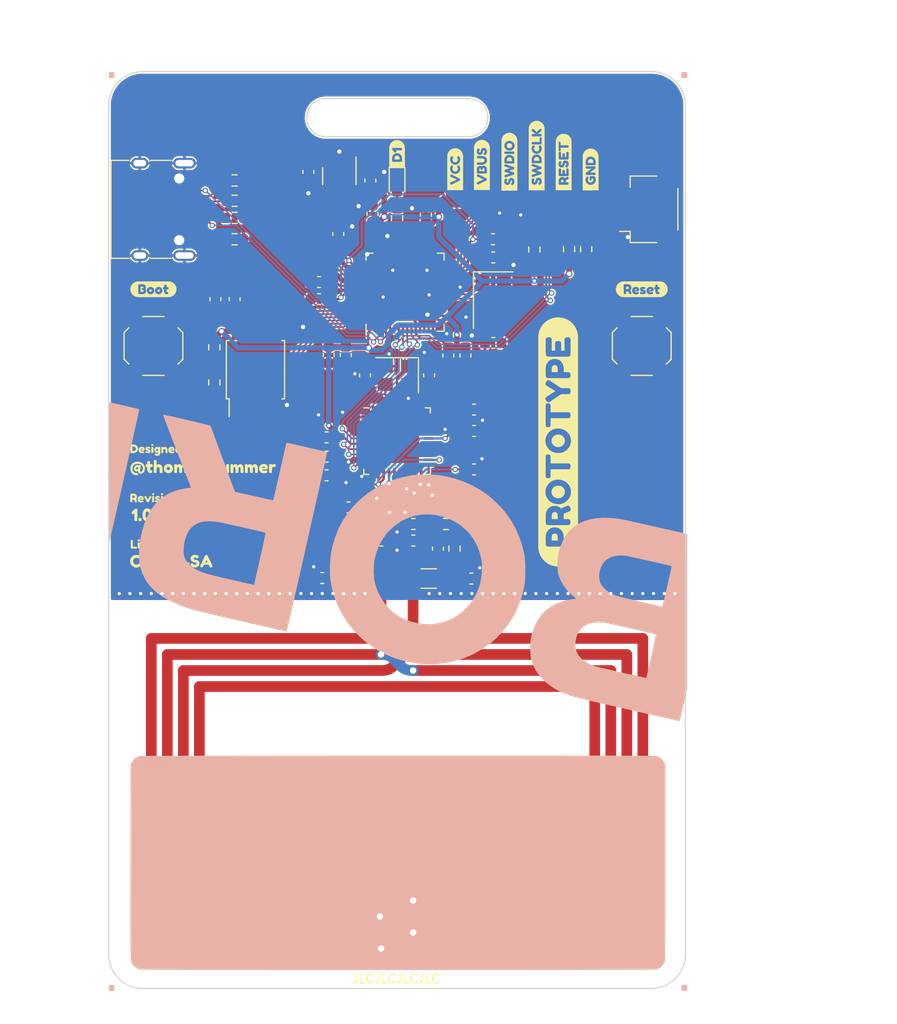
<source format=kicad_pcb>
(kicad_pcb (version 20221018) (generator pcbnew)
  (title_block (title "NFC Reader with RP2040") (date "2023-05-11") (rev "1.0"))
  (layers (0 "F.Cu" signal) (31 "B.Cu" signal) (34 "B.Paste" user) (35 "F.Paste" user) (36 "B.SilkS" user "B.Silkscreen") (37 "F.SilkS" user "F.Silkscreen") (38 "B.Mask" user) (39 "F.Mask" user) (44 "Edge.Cuts" user))
  (net 0 "")
  (net 1 "/rp2040/USB_VBUS")
  (net 2 "GND")
  (net 3 "VCC")
  (net 4 "+1V1")
  (net 5 "Net-(U5-XIN)")
  (net 6 "Net-(U5-XOUT)")
  (net 7 "Net-(D1-A)")
  (net 8 "Net-(J1-CC1)")
  (net 9 "/rp2040/USB_D+")
  (net 10 "/rp2040/USB_D-")
  (net 11 "/rp2040/SBU1")
  (net 12 "Net-(J1-CC2)")
  (net 13 "/rp2040/SBU2")
  (net 14 "/rp2040/SWDIO")
  (net 15 "/rp2040/SWDCLK")
  (net 16 "/rp2040/~{RESET}")
  (net 17 "/rp2040/~{BOOT}")
  (net 18 "/rp2040/QSPI-~{CS}")
  (net 19 "Net-(U5-GPIO25)")
  (net 20 "/rp2040/D-")
  (net 21 "/rp2040/D+")
  (net 23 "/rp2040/QSPI-1")
  (net 24 "/rp2040/QSPI-2")
  (net 25 "/rp2040/QSPI-0")
  (net 26 "/rp2040/QSPI-CLK")
  (net 27 "/rp2040/QSPI-3")
  (net 28 "/rp2040/CTS1{slash}AUD_LRCLK")
  (net 29 "/rp2040/RTS1{slash}AUD_BCLK")
  (net 30 "Net-(U3-VCC(TX))")
  (net 31 "Net-(U3-VCC(MID))")
  (net 32 "/rp2040/I2C_~{INT}{slash}TX2")
  (net 33 "/rp2040/SPI_~{CS1}{slash}SDIO_DAT3{slash}RX2")
  (net 34 "/rp2040/SDIO_DAT2{slash}AUD_OUT")
  (net 35 "/rp2040/SDIO_DAT1{slash}AUD_IN")
  (net 36 "/rp2040/SPI_CIPO1{slash}SDIO_DAT0")
  (net 37 "/rp2040/PWM0")
  (net 38 "/rp2040/SPI_SCK1{slash}SDIO_CLK")
  (net 39 "/rp2040/SPI_COPI1{slash}SDIO_CMD")
  (net 40 "/rp2040/G0")
  (net 41 "/rp2040/G1")
  (net 42 "/rp2040/G2")
  (net 43 "/rp2040/G3")
  (net 44 "/rp2040/SPI_CIPO{slash}G4")
  (net 45 "/rp2040/SPI_~{CS}{slash}G5")
  (net 46 "/rp2040/SPI_SCK{slash}G6")
  (net 47 "/rp2040/SPI_COPI{slash}G7")
  (net 48 "/rp2040/PWM1{slash}AUD_MCLK")
  (net 49 "/rp2040/A0")
  (net 50 "/rp2040/A1")
  (net 51 "/rp2040/A2")
  (net 52 "/rp2040/A3")
  (net 53 "/SCL")
  (net 54 "/SDA")
  (net 55 "/PN7150 reader/VBAT")
  (net 56 "Net-(U3-VDD)")
  (net 57 "Net-(U3-NFC_CLK_XTAL2)")
  (net 58 "Net-(U3-NFC_CLK_XTAL1)")
  (net 59 "Net-(U3-RXN)")
  (net 60 "Net-(C25-Pad2)")
  (net 61 "Net-(C26-Pad1)")
  (net 62 "Net-(U3-RXP)")
  (net 63 "Net-(C27-Pad1)")
  (net 64 "Net-(C28-Pad2)")
  (net 65 "Net-(C29-Pad1)")
  (net 66 "Net-(C30-Pad2)")
  (net 67 "Net-(U3-TX1)")
  (net 68 "Net-(U3-TX2)")
  (net 69 "/PN7150 reader/COIL")
  (net 70 "/PN7150 reader/IRQ")
  (net 71 "/PN7150 reader/VEN")
  (footprint "Resistor_SMD:R_0603_1608Metric" (layer "F.Cu") (at 100.5675 67.4 90)
    (fp_text reference "R2" hide)
    (fp_text value "10k")
  )
  (footprint "kibuzzard-645C1158" (layer "F.Cu") (at 58.9675 92.25)
    (fp_text reference "kibuzzard-645C1158" hide)
    (fp_text value "G***" hide)
  )
  (footprint "Crystal:Crystal_SMD_3225-4Pin_3.2x2.5mm" (layer "F.Cu") (at 82.8675 79.2 180)
    (fp_text reference "Y2" hide)
    (fp_text value "27.12MHz")
  )
  (footprint "Inductor_SMD:L_0603_1608Metric" (layer "F.Cu") (at 81.3925 93.1 180)
    (fp_text reference "L2" hide)
    (fp_text value "560nH")
  )
  (footprint "Capacitor_SMD:C_0603_1608Metric" (layer "F.Cu") (at 85.5675 64.175 90)
    (fp_text reference "C10" hide)
    (fp_text value "100nF")
  )
  (footprint "Capacitor_SMD:C_0603_1608Metric" (layer "F.Cu") (at 84.3925 94.65 180)
    (fp_text reference "C27" hide)
    (fp_text value "212.2pF/16V")
  )
  (footprint "Capacitor_SMD:C_0603_1608Metric" (layer "F.Cu") (at 78.0675 77.3 -90)
    (fp_text reference "C8" hide)
    (fp_text value "100nF")
  )
  (footprint "Capacitor_SMD:C_0603_1608Metric" (layer "F.Cu") (at 77.3675 65.975 90)
    (fp_text reference "C12" hide)
    (fp_text value "2.2uF")
  )
  (footprint "Capacitor_SMD:C_0603_1608Metric" (layer "F.Cu") (at 75.5675 72.075 180)
    (fp_text reference "C14" hide)
    (fp_text value "100nF")
  )
  (footprint "Capacitor_SMD:C_0603_1608Metric" (layer "F.Cu") (at 79.8675 79.2 90)
    (fp_text reference "C23" hide)
    (fp_text value "10pF")
  )
  (footprint "kibuzzard-6457AC4A" (layer "F.Cu") (at 82.8675 58.475 90)
    (fp_text reference "kibuzzard-6457AC4A" hide)
    (fp_text value "G***" hide)
  )
  (footprint "Resistor_SMD:R_0603_1608Metric" (layer "F.Cu") (at 87.4425 93.1 180)
    (fp_text reference "R3" hide)
    (fp_text value "1K")
  )
  (footprint "Capacitor_SMD:C_0603_1608Metric" (layer "F.Cu") (at 89.2675 77.35 -90)
    (fp_text reference "C11" hide)
    (fp_text value "100nF")
  )
  (footprint "kibuzzard-6457ABA7" (layer "F.Cu") (at 105.7675 71.15)
    (fp_text reference "kibuzzard-6457ABA7" hide)
    (fp_text value "G***" hide)
  )
  (footprint "Resistor_SMD:R_1206_3216Metric" (layer "F.Cu") (at 85.83 98.2 180)
    (fp_text reference "R15" hide)
    (fp_text value "2.01R")
  )
  (footprint "Capacitor_SMD:C_0603_1608Metric" (layer "F.Cu") (at 80.3675 60.975 90)
    (fp_text reference "C3" hide)
    (fp_text value "1uF")
  )
  (footprint "Capacitor_SMD:C_0603_1608Metric" (layer "F.Cu") (at 81.3925 94.65 180)
    (fp_text reference "C28" hide)
    (fp_text value "212.2pF/16V")
  )
  (footprint "Connector_PinHeader_2.54mm:PinHeader_1x06_P2.54mm_Vertical" (layer "F.Cu") (at 88.3075 62.65 90)
    (fp_text reference "J3" hide)
    (fp_text value "DEBUG")
  )
  (footprint "Capacitor_SMD:C_0603_1608Metric" (layer "F.Cu") (at 89.8175 98.2)
    (fp_text reference "C29" hide)
    (fp_text value "206.3pF/50V")
  )
  (footprint "Capacitor_SMD:C_0603_1608Metric" (layer "F.Cu") (at 87.6675 77.35 -90)
    (fp_text reference "C5" hide)
    (fp_text value "2.2uF")
  )
  (footprint "Resistor_SMD:R_0603_1608Metric" (layer "F.Cu") (at 98.9675 67.4 90)
    (fp_text reference "R1" hide)
    (fp_text value "10k")
  )
  (footprint "Crystal:Crystal_SMD_5032-4Pin_5.0x3.2mm" (layer "F.Cu") (at 91.8675 72.175 -90)
    (fp_text reference "Y1" hide)
    (fp_text value "12MHz")
  )
  (footprint "Capacitor_SMD:C_0603_1608Metric" (layer "F.Cu") (at 76.4675 77.3 -90)
    (fp_text reference "C9" hide)
    (fp_text value "100nF")
  )
  (footprint "Connector_JST:JST_SH_SM04B-SRSS-TB_1x04-1MP_P1.00mm_Horizontal" (layer "F.Cu") (at 106.4675 63.675 90)
    (fp_text reference "J2" hide)
    (fp_text value "Qwiic")
  )
  (footprint "Capacitor_SMD:C_0603_1608Metric" (layer "F.Cu") (at 76.2675 86.8 180)
    (fp_text reference "C19" hide)
    (fp_text value "100nF")
  )
  (footprint "Capacitor_SMD:C_0603_1608Metric" (layer "F.Cu") (at 65.8675 72.075 90)
    (fp_text reference "C17" hide)
    (fp_text value "2.2uF")
  )
  (footprint "Resistor_SMD:R_0603_1608Metric" (layer "F.Cu") (at 67.6675 60.975 180)
    (fp_text reference "R7" hide)
    (fp_text value "5.1k")
  )
  (footprint "Resistor_SMD:R_0603_1608Metric" (layer "F.Cu") (at 67.6675 66.475 180)
    (fp_text reference "R8" hide)
    (fp_text value "5.1k")
  )
  (footprint "Capacitor_SMD:C_0603_1608Metric" (layer "F.Cu") (at 76.2675 88.55 180)
    (fp_text reference "C2" hide)
    (fp_text value "1uF")
  )
  (footprint "Capacitor_SMD:C_0603_1608Metric" (layer "F.Cu") (at 86.6925 95.4 -90)
    (fp_text reference "C31" hide)
    (fp_text value "27.6pF/50V")
  )
  (footprint "kibuzzard-645C107E" (layer "F.Cu") (at 61.2425 86.175)
    (fp_text reference "kibuzzard-645C107E" hide)
    (fp_text value "G***" hide)
  )
  (footprint "Capacitor_SMD:C_0603_1608Metric" (layer "F.Cu") (at 78.3175 91.55 180)
    (fp_text reference "C25" hide)
    (fp_text value "1nF/16V")
  )
  (footprint "kibuzzard-6457AB78" (layer "F.Cu") (at 60.0675 71.15)
    (fp_text reference "kibuzzard-6457AB78" hide)
    (fp_text value "G***" hide)
  )
  (footprint "Connector_USB:USB_C_Receptacle_XKB_U262-16XN-4BVC11" (layer "F.Cu") (at 59.8675 63.675 -90)
    (fp_text reference "J1" hide)
    (fp_text value "USB_C")
  )
  (footprint "Resistor_SMD:R_0603_1608Metric" (layer "F.Cu") (at 67.6675 64.475)
    (fp_text reference "R14" hide)
    (fp_text value "27R")
  )
  (footprint "Capacitor_SMD:C_0603_1608Metric" (layer "F.Cu") (at 91.842501 66.475)
    (fp_text reference "C13" hide)
    (fp_text value "100nF")
  )
  (footprint "kibuzzard-6457ABE9" (layer "F.Cu") (at 90.8075 59.525 90)
    (fp_text reference "kibuzzard-6457ABE9" hide)
    (fp_text value "G***" hide)
  )
  (footprint "Button_Switch_SMD:SW_SPST_TL3342" (layer "F.Cu") (at 60.0675 76.45 90)
    (fp_text reference "SW7" hide)
    (fp_text value "BOOT")
  )
  (footprint "kibuzzard-6457AC15" (layer "F.Cu") (at 95.9325 58.65 90)
    (fp_text reference "kibuzzard-6457AC15" hide)
    (fp_text value "G***" hide)
  )
  (footprint "Resistor_SMD:R_0603_1608Metric" (layer "F.Cu") (at 88.2425 95.4 -90)
    (fp_text reference "R6" hide)
    (fp_text value "R")
  )
  (footprint "Resistor_SMD:R_0603_1608Metric" (layer "F.Cu") (at 65.7675 76.575 -90)
    (fp_text reference "R11" hide)
    (fp_text value "10k")
  )
  (footprint "LED_SMD:LED_0603_1608Metric" (layer "F.Cu") (at 82.8675 61.25 -90)
    (fp_text reference "D1" hide)
    (fp_text value "LED")
  )
  (footprint "Resistor_SMD:R_0603_1608Metric" (layer "F.Cu") (at 67.6675 62.875)
    (fp_text reference "R13" hide)
    (fp_text value "27R")
  )
  (footprint "kibuzzard-6457AC2E" (layer "F.Cu") (at 100.9825 59.95 90)
    (fp_text reference "kibuzzard-6457AC2E" hide)
    (fp_text value "G***" hide)
  )
  (footprint "kibuzzard-645C1150" (layer "F.Cu") (at 60.2425 90.65)
    (fp_text reference "kibuzzard-645C1150" hide)
    (fp_text value "G***" hide)
  )
  (footprint "kibuzzard-645C104C" (layer "F.Cu") (at 64.7175 87.825)
    (fp_text reference "kibuzzard-645C104C" hide)
    (fp_text value "G***" hide)
  )
  (footprint "kibuzzard-645C0F6F" (layer "F.Cu") (at 97.9425 85.425 90)
    (fp_text reference "kibuzzard-645C0F6F" hide)
    (fp_text value "G***" hide)
  )
  (footprint "Capacitor_SMD:C_0603_1608Metric" (layer "F.Cu") (at 91.8675 68.175 180)
    (fp_text reference "C16" hide)
    (fp_text value "30pF")
  )
  (footprint "Capacitor_SMD:C_0603_1608Metric" (layer "F.Cu") (at 90.0675 84.4)
    (fp_text reference "C21" hide)
    (fp_text value "4.7uF")
  )
  (footprint "Package_DFN_QFN_Extra:QFN-56_EP_7x7_Pitch0.4mm" (layer "F.Cu") (at 83.6175 71.425 90)
    (fp_text reference "U5" hide)
    (fp_text value "RP2040")
  )
  (footprint "Capacitor_SMD:C_0603_1608Metric" (layer "F.Cu") (at 67.6675 72.075 90)
    (fp_text reference "C18" hide)
    (fp_text value "100nF")
  )
  (footprint "Button_Switch_SMD:SW_SPST_TL3342" (layer "F.Cu") (at 105.7675 76.45 -90)
    (fp_text reference "SW6" hide)
    (fp_text value "RESET")
  )
  (footprint "Package_TO_SOT_SMD:SOT-23-5" (layer "F.Cu") (at 77.4675 60.575 -90)
    (fp_text reference "U1" hide)
    (fp_text value "HX9193-33GB")
  )
  (footprint "Capacitor_SMD:C_0603_1608Metric" (layer "F.Cu") (at 75.8675 98.15)
    (fp_text reference "C30" hide)
    (fp_text value "206.3pF/50V")
  )
  (footprint "Package_DFN_QFN:HVQFN-40-1EP_6x6mm_P0.5mm_EP4.1x4.1mm" (layer "F.Cu") (at 82.8675 85.35)
    (fp_text reference "U3" hide)
    (fp_text value "~")
  )
  (footprint "Capacitor_SMD:C_0603_1608Metric" (layer "F.Cu") (at 75.5675 70.475 180)
    (fp_text reference "C6" hide)
    (fp_text value "100nF")
  )
  (footprint "Capacitor_SMD:C_0603_1608Metric" (layer "F.Cu") (at 80.5675 64.1 90)
    (fp_text reference "C7" hide)
    (fp_text value "100nF")
  )
  (footprint "Capacitor_SMD:C_0603_1608Metric" (layer "F.Cu") (at 85.8675 79.2 -90)
    (fp_text reference "C24" hide)
    (fp_text value "10pF")
  )
  (footprint "Capacitor_SMD:C_0603_1608Metric" (layer "F.Cu") (at 91.8675 76.175)
    (fp_text reference "C15" hide)
    (fp_text value "30pF")
  )
  (footprint "Resistor_SMD:R_0603_1608Metric" (layer "F.Cu") (at 65.7675 79.875 90)
    (fp_text reference "R9" hide)
    (fp_text value "1k")
  )
  (footprint "Resistor_SMD:R_0603_1608Metric" (layer "F.Cu") (at 77.5425 95.4 -90)
    (fp_text reference "R5" hide)
    (fp_text value "R")
  )
  (footprint "kibuzzard-645C11AA" (layer "F.Cu") (at 61.7425 96.575)
    (fp_text reference "kibuzzard-645C11AA" hide)
    (fp_text value "G***" hide)
  )
  (footprint "Capacitor_SMD:C_0603_1608Metric" (layer "F.Cu") (at 79.0925 95.4 -90)
    (fp_text reference "C32" hide)
    (fp_text value "27.6pF/50V")
  )
  (footprint "kibuzzard-6457AC22" (layer "F.Cu") (at 98.4575 59.25 90)
    (fp_text reference "kibuzzard-6457AC22" hide)
    (fp_text value "G***" hide)
  )
  (footprint "Resistor_SMD:R_0603_1608Metric" (layer "F.Cu") (at 78.3425 93.1 180)
    (fp_text reference "R4" hide)
    (fp_text value "1K")
  )
  (footprint "Resistor_SMD:R_0603_1608Metric" (layer "F.Cu") (at 95.7175 67.425 90)
    (fp_text reference "R10" hide)
    (fp_text value "10k")
  )
  (footprint "Package_SO:SOIC-8_5.23x5.23mm_P1.27mm" (layer "F.Cu") (at 69.6175 78.675 90)
    (fp_text reference "U4" hide)
    (fp_text value "W25QXX128MBIT")
  )
  (footprint "kibuzzard-6457ABCE" (layer "F.Cu") (at 88.3075 59.925 90)
    (fp_text reference "kibuzzard-6457ABCE" hide)
    (fp_text value "G***" hide)
  )
  (footprint "Resistor_SMD:R_0603_1608Metric" (layer "F.Cu") (at 82.8675 64.5 -90)
    (fp_text reference "R12" hide)
    (fp_text value "1k")
  )
  (footprint "Capacitor_SMD:C_0603_1608Metric" (layer "F.Cu") (at 90.0675 88)
    (fp_text reference "C4" hide)
    (fp_text value "100nF")
  )
  (footprint "kibuzzard-645C118B" (layer "F.Cu") (at 60.0425 94.975)
    (fp_text reference "kibuzzard-645C118B" hide)
    (fp_text value "G***" hide)
  )
  (footprint "Capacitor_SMD:C_0603_1608Metric" (layer "F.Cu") (at 76.2675 85 180)
    (fp_text reference "C22" hide)
    (fp_text value "1uF")
  )
  (footprint "Capacitor_SMD:C_0603_1608Metric" (layer "F.Cu") (at 87.4175 91.55 180)
    (fp_text reference "C26" hide)
    (fp_text value "1nF/16V")
  )
  (footprint "kibuzzard-6457ABF7" (layer "F.Cu") (at 93.3825 59.225 90)
    (fp_text reference "kibuzzard-6457ABF7" hide)
    (fp_text value "G***" hide)
  )
  (footprint "Capacitor_SMD:C_0603_1608Metric" (layer "F.Cu") (at 74.5675 60.175 -90)
    (fp_text reference "C1" hide)
    (fp_text value "1uF")
  )
  (footprint "Inductor_SMD:L_0603_1608Metric" (layer "F.Cu") (at 84.3925 93.1)
    (fp_text reference "L1" hide)
    (fp_text value "560nH")
  )
  (footprint "Capacitor_SMD:C_0603_1608Metric" (layer "F.Cu") (at 90.0675 82.4)
    (fp_text reference "C20" hide)
    (fp_text value "1uF")
  )
  (footprint "Resistor_SMD:R_1206_3216Metric" (layer "F.Cu") (at 79.905 98.2)
    (fp_text reference "R16" hide)
    (fp_text value "2.01R")
  )
  (footprint "LOGO" (layer "B.Cu") (at 82.9675 93.8 180)
    (fp_text reference "G***" hide)
    (fp_text value "LOGO" hide)
  )
  (gr_arc (start 106.68 50.8) (mid 108.925065 51.729936) (end 109.855 53.975) (stroke (width 0.1)) (layer "Edge.Cuts"))
  (gr_arc (start 89.534519 53.320014) (mid 91.358005 55.099758) (end 89.535002 56.879998) (stroke (width 0.1)) (layer "Edge.Cuts"))
  (gr_line (start 55.88 53.975) (end 55.88 133.35) (stroke (width 0.1)) (layer "Edge.Cuts"))
  (gr_arc (start 59.055 136.525) (mid 56.809936 135.595064) (end 55.88 133.35) (stroke (width 0.1)) (layer "Edge.Cuts"))
  (gr_line (start 109.855 133.35) (end 109.855 53.975) (stroke (width 0.1)) (layer "Edge.Cuts"))
  (gr_arc (start 109.855 133.35) (mid 108.925064 135.595064) (end 106.68 136.525) (stroke (width 0.1)) (layer "Edge.Cuts"))
  (gr_line (start 89.535002 56.879998) (end 76.2 56.88) (stroke (width 0.1)) (layer "Edge.Cuts"))
  (gr_line (start 59.055 136.525) (end 106.68 136.525) (stroke (width 0.1)) (layer "Edge.Cuts"))
  (gr_arc (start 76.2 56.88) (mid 74.42 55.1) (end 76.2 53.32) (stroke (width 0.1)) (layer "Edge.Cuts"))
  (gr_line (start 106.68 50.8) (end 59.055 50.8) (stroke (width 0.1)) (layer "Edge.Cuts"))
  (gr_arc (start 55.88 53.975) (mid 56.809936 51.729936) (end 59.055 50.8) (stroke (width 0.1)) (layer "Edge.Cuts"))
  (gr_line (start 76.2 53.32) (end 89.534519 53.320014) (stroke (width 0.1)) (layer "Edge.Cuts"))
  (gr_text "47x30mm, 1mm trace, 0.5mm space, 4 turns\n1.1uH, 2pF, 0.87ohm, 106MHz" (at 65.3675 119.8) (layer "F.SilkS") (effects (font (size 1 1)) (justify left bottom)))
  (gr_text "JLCJLCJLCJLC" (at 82.7675 136.1) (layer "F.SilkS") (effects (font (size 0.8 0.8)) (justify bottom)))
  (segment (start 76.8925 60.5) (end 78.1425 60.5) (width 0.5) (layer "F.Cu") (net 1))
  (segment (start 90.2925 60.825) (end 90.8475 61.38) (width 0.5) (layer "F.Cu") (net 1))
  (segment (start 64.8175 61.125) (end 66.5425 59.4) (width 0.3) (layer "F.Cu") (net 1))
  (segment (start 63.5375 65.925) (end 62.857805 65.925) (width 0.3) (layer "F.Cu") (net 1))
  (segment (start 74.5675 59.4) (end 76.48 59.4) (width 0.5) (layer "F.Cu") (net 1))
  (segment (start 66.5425 59.4) (end 74.5675 59.4) (width 0.3) (layer "F.Cu") (net 1))
  (segment (start 76.48 59.4) (end 76.5175 59.4375) (width 0.5) (layer "F.Cu") (net 1))
  (segment (start 63.5375 61.125) (end 64.8175 61.125) (width 0.3) (layer "F.Cu") (net 1))
  (segment (start 79.3675 59) (end 83.3925 59) (width 0.5) (layer "F.Cu") (net 1))
  (segment (start 62.857805 61.425) (end 63.5375 61.425) (width 0.3) (layer "F.Cu") (net 1))
  (segment (start 85.2175 60.825) (end 90.2925 60.825) (width 0.5) (layer "F.Cu") (net 1))
  (segment (start 76.5175 60.125) (end 76.8925 60.5) (width 0.5) (layer "F.Cu") (net 1))
  (segment (start 62.857805 65.925) (end 62.2675 65.334695) (width 0.3) (layer "F.Cu") (net 1))
  (segment (start 78.1425 60.5) (end 78.4175 60.225) (width 0.5) (layer "F.Cu") (net 1))
  (segment (start 62.2675 65.334695) (end 62.2675 62.015305) (width 0.3) (layer "F.Cu") (net 1))
  (segment (start 78.4175 60.225) (end 78.4175 59.4375) (width 0.5) (layer "F.Cu") (net 1))
  (segment (start 83.3925 59) (end 85.2175 60.825) (width 0.5) (layer "F.Cu") (net 1))
  (segment (start 62.2675 62.015305) (end 62.857805 61.425) (width 0.3) (layer "F.Cu") (net 1))
  (segment (start 90.8475 61.38) (end 90.8475 62.65) (width 0.5) (layer "F.Cu") (net 1))
  (segment (start 78.4175 59.4375) (end 78.93 59.4375) (width 0.5) (layer "F.Cu") (net 1))
  (segment (start 78.93 59.4375) (end 79.3675 59) (width 0.5) (layer "F.Cu") (net 1))
  (segment (start 76.5175 59.4375) (end 76.5175 60.125) (width 0.5) (layer "F.Cu") (net 1))
  (segment (start 77.4675 59.4375) (end 77.4675 58.275) (width 0.3) (layer "F.Cu") (net 2))
  (segment (start 86.4175 72.425) (end 85.714668 73.127832) (width 0.2) (layer "F.Cu") (net 2))
  (segment (start 87.055 72.425) (end 86.4175 72.425) (width 0.2) (layer "F.Cu") (net 2))
  (segment (start 85.714668 73.127832) (end 85.714668 73.522168) (width 0.2) (layer "F.Cu") (net 2))
  (via (at 90.6175 97.2) (size 0.5) (drill 0.3) (layers "F.Cu" "B.Cu") (net 2))
  (via (at 85.0425 89.375) (size 0.5) (drill 0.3) (layers "F.Cu" "B.Cu") (net 2))
  (via (at 81.6675 60.175) (size 0.8) (drill 0.4) (layers "F.Cu" "B.Cu") (net 2))
  (via (at 73.8675 99.6) (size 0.5) (drill 0.3) (layers "F.Cu" "B.Cu") (net 2))
  (via (at 83.9175 81.35) (size 0.5) (drill 0.3) (layers "F.Cu" "B.Cu") (net 2))
  (via (at 90.8675 99.6) (size 0.5) (drill 0.3) (layers "F.Cu" "B.Cu") (net 2))
  (via (at 94.8675 99.6) (size 0.5) (drill 0.3) (layers "F.Cu" "B.Cu") (net 2))
  (via (at 60.8675 99.6) (size 0.5) (drill 0.3) (layers "F.Cu" "B.Cu") (net 2))
  (via (at 82.4675 69.375) (size 0.5) (drill 0.3) (layers "F.Cu" "B.Cu") (net 2))
  (via (at 107.8675 99.6) (size 0.5) (drill 0.3) (layers "F.Cu" "B.Cu") (net 2))
  (via (at 101.8675 99.6) (size 0.5) (drill 0.3) (layers "F.Cu" "B.Cu") (net 2))
  (via (at 61.8675 99.6) (size 0.5) (drill 0.3) (layers "F.Cu" "B.Cu") (net 2))
  (via (at 77.4675 58.275) (size 0.8) (drill 0.4) (layers "F.Cu" "B.Cu") (net 2))
  (via (at 99.8675 99.6) (size 0.5) (drill 0.3) (layers "F.Cu" "B.Cu") (net 2))
  (via (at 56.8675 99.6) (size 0.5) (drill 0.3) (layers "F.Cu" "B.Cu") (net 2))
  (via (at 81.9675 66.175) (size 0.8) (drill 0.4) (layers "F.Cu" "B.Cu") (net 2))
  (via (at 102.8675 99.6) (size 0.5) (drill 0.3) (layers "F.Cu" "B.Cu") (net 2))
  (via (at 72.8675 99.6) (size 0.5) (drill 0.3) (layers "F.Cu" "B.Cu") (net 2))
  (via (at 59.8675 99.6) (size 0.5) (drill 0.3) (layers "F.Cu" "B.Cu") (net 2))
  (via (at 78.3175 87.3) (size 0.5) (drill 0.3) (layers "F.Cu" "B.Cu") (net 2))
  (via (at 85.8675 99.6) (size 0.5) (drill 0.3) (layers "F.Cu" "B.Cu") (net 2))
  (via (at 89.3175 73.75) (size 0.5) (drill 0.3) (layers "F.Cu" "B.Cu") (net 2))
  (via (at 87.3675 84.25) (size 0.5) (drill 0.3) (layers "F.Cu" "B.Cu") (net 2))
  (via (at 74.0675 74.675) (size 0.8) (drill 0.4) (layers "F.Cu" "B.Cu") (net 2))
  (via (at 85.714668 73.522168) (size 0.8) (drill 0.4) (layers "F.Cu" "B.Cu") (net 2))
  (via (at 97.8675 99.6) (size 0.5) (drill 0.3) (layers "F.Cu" "B.Cu") (net 2))
  (via (at 92.4675 64.025) (size 0.5) (drill 0.3) (layers "F.Cu" "B.Cu") (net 2))
  (via (at 105.8675 99.6) (size 0.5) (drill 0.3) (layers "F.Cu" "B.Cu") (net 2))
  (via (at 92.8675 99.6) (size 0.5) (drill 0.3) (layers "F.Cu" "B.Cu") (net 2))
  (via (at 80.9675 90.7) (size 0.5) (drill 0.3) (layers "F.Cu" "B.Cu") (net 2))
  (via (at 84.2675 63.575) (size 0.8) (drill 0.4) (layers "F.Cu" "B.Cu") (net 2))
  (via (at 104.8675 99.6) (size 0.5) (drill 0.3) (layers "F.Cu" "B.Cu") (net 2))
  (via (at 85.8675 71.675) (size 0.5) (drill 0.3) (layers "F.Cu" "B.Cu") (net 2))
  (via (at 95.8675 99.6) (size 0.5) (drill 0.3) (layers "F.Cu" "B.Cu") (net 2))
  (via (at 90.8675 83.4) (size 0.5) (drill 0.3) (layers "F.Cu" "B.Cu") (net 2))
  (via (at 80.0675 67.875) (size 0.8) (drill 0.4) (layers "F.Cu" "B.Cu") (net 2))
  (via (at 77.7675 82.65) (size 0.5) (drill 0.3) (layers "F.Cu" "B.Cu") (net 2))
  (via (at 82.1175 77.2) (size 0.5) (drill 0.3) (layers "F.Cu" "B.Cu") (net 2))
  (via (at 58.8675 99.6) (size 0.5) (drill 0.3) (layers "F.Cu" "B.Cu") (net 2))
  (via (at 77.8675 99.6) (size 0.5) (drill 0.3) (layers "F.Cu" "B.Cu") (net 2))
  (via (at 93.7675 68.875) (size 0.8) (drill 0.4) (layers "F.Cu" "B.Cu") (net 2))
  (via (at 62.8675 99.6) (size 0.5) (drill 0.3) (layers "F.Cu" "B.Cu") (net 2))
  (via (at 89.8675 99.6) (size 0.5) (drill 0.3) (layers "F.Cu" "B.Cu") (net 2))
  (via (at 91.8675 99.6) (size 0.5) (drill 0.3) (layers "F.Cu" "B.Cu") (net 2))
  (via (at 75.5175 82.9) (size 0.5) (drill 0.3) (layers "F.Cu" "B.Cu") (net 2))
  (via (at 79.5675 88.65) (size 0.5) (drill 0.3) (layers "F.Cu" "B.Cu") (net 2))
  (via (at 74.8675 99.6) (size 0.5) (drill 0.3) (layers "F.Cu" "B.Cu") (net 2))
  (via (at 79.8675 99.6) (size 0.5) (drill 0.3) (layers "F.Cu" "B.Cu") (net 2))
  (via (at 78.8675 99.6) (size 0.5) (drill 0.3) (layers "F.Cu" "B.Cu") (net 2))
  (via (at 85.4175 77.05) (size 0.5) (drill 0.3) (layers "F.Cu" "B.Cu") (net 2))
  (via (at 108.8675 99.6) (size 0.5) (drill 0.3) (layers "F.Cu" "B.Cu") (net 2))
  (via (at 96.8675 99.6) (size 0.5) (drill 0.3) (layers "F.Cu" "B.Cu") (net 2))
  (via (at 106.8675 99.6) (size 0.5) (drill 0.3) (layers "F.Cu" "B.Cu") (net 2))
  (via (at 86.1675 90.4) (size 0.5) (drill 0.3) (layers "F.Cu" "B.Cu") (net 2))
  (via (at 100.8675 99.6) (size 0.5) (drill 0.3) (layers "F.Cu" "B.Cu") (net 2))
  (via (at 81.5675 71.875) (size 0.5) (drill 0.3) (layers "F.Cu" "B.Cu") (net 2))
  (via (at 98.8675 99.6) (size 0.5) (drill 0.3) (layers "F.Cu" "B.Cu") (net 2))
  (via (at 69.8675 99.6) (size 0.5) (drill 0.3) (layers "F.Cu" "B.Cu") (net 2))
  (via (at 66.8675 99.6) (size 0.5) (drill 0.3) (layers "F.Cu" "B.Cu") (net 2))
  (via (at 65.8675 99.6) (size 0.5) (drill 0.3) (layers "F.Cu" "B.Cu") (net 2))
  (via (at 67.8675 99.6) (size 0.5) (drill 0.3) (layers "F.Cu" "B.Cu") (net 2))
  (via (at 71.8675 99.6) (size 0.5) (drill 0.3) (layers "F.Cu" "B.Cu") (net 2))
  (via (at 70.8675 99.6) (size 0.5) (drill 0.3) (layers "F.Cu" "B.Cu") (net 2))
  (via (at 89.8675 75.475) (size 0.8) (drill 0.4) (layers "F.Cu" "B.Cu") (net 2))
  (via (at 82.8675 95.55) (size 0.5) (drill 0.3) (layers "F.Cu" "B.Cu") (net 2))
  (via (at 75.8675 99.6) (size 0.5) (drill 0.3) (layers "F.Cu" "B.Cu") (net 2))
  (via (at 82.8675 93.85) (size 0.5) (drill 0.3) (layers "F.Cu" "B.Cu") (net 2))
  (via (at 88.8675 99.6) (size 0.5) (drill 0.3) (layers "F.Cu" "B.Cu") (net 2))
  (via (at 104.4675 66.275) (size 0.8) (drill 0.4) (layers "F.Cu" "B.Cu") (net 2))
  (via (at 64.8675 99.6) (size 0.5) (drill 0.3) (layers "F.Cu" "B.Cu") (net 2))
  (via (at 87.8675 99.6) (size 0.5) (drill 0.3) (layers "F.Cu" "B.Cu") (net 2))
  (via (at 72.5675 81.975) (size 0.8) (drill 0.4) (layers "F.Cu" "B.Cu") (net 2))
  (via (at 57.8675 99.6) (size 0.5) (drill 0.3) (layers "F.Cu" "B.Cu") (net 2))
  (via (at 90.8175 87) (size 0.5) (drill 0.3) (layers "F.Cu" "B.Cu") (net 2))
  (via (at 76.8675 99.6) (size 0.5) (drill 0.3) (layers "F.Cu" "B.Cu") (net 2))
  (via (at 93.8675 99.6) (size 0.5) (drill 0.3) (layers "F.Cu" "B.Cu") (net 2))
  (via (at 78.6675 65.275) (size 0.8) (drill 0.4) (layers "F.Cu" "B.Cu") (net 2))
  (via (at 94.4425 64.2) (size 0.5) (drill 0.3) (layers "F.Cu" "B.Cu") (net 2))
  (via (at 78.9175 79.05) (size 0.5) (drill 0.3) (layers "F.Cu" "B.Cu") (net 2))
  (via (at 88.7675 70.95) (size 0.5) (drill 0.3) (layers "F.Cu" "B.Cu") (net 2))
  (via (at 78.0925 89.225) (size 0.5) (drill 0.3) (layers "F.Cu" "B.Cu") (net 2))
  (via (at 79.2675 63.375) (size 0.8) (drill 0.4) (layers "F.Cu" "B.Cu") (net 2))
  (via (at 86.8675 99.6) (size 0.5) (drill 0.3) (layers "F.Cu" "B.Cu") (net 2))
  (via (at 75.0675 97.1) (size 0.5) (drill 0.3) (layers "F.Cu" "B.Cu") (net 2))
  (via (at 103.8675 99.6) (size 0.5) (drill 0.3) (layers "F.Cu" "B.Cu") (net 2))
  (via (at 85.6675 69.375) (size 0.5) (drill 0.3) (layers "F.Cu" "B.Cu") (net 2))
  (via (at 63.8675 99.6) (size 0.5) (drill 0.3) (layers "F.Cu" "B.Cu") (net 2))
  (via (at 68.8675 99.6) (size 0.5) (drill 0.3) (layers "F.Cu" "B.Cu") (net 2))
  (via (at 87.5175 75.3) (size 0.5) (drill 0.3) (layers "F.Cu" "B.Cu") (net 2))
  (via (at 74.5675 62.175) (size 0.8) (drill 0.4) (layers "F.Cu" "B.Cu") (net 2))
  (segment (start 81.2675 69.275) (end 81.0175 69.525) (width 0.2) (layer "F.Cu") (net 3))
  (segment (start 80.33 61.7125) (end 80.3675 61.75) (width 0.5) (layer "F.Cu") (net 3))
  (segment (start 77.926292 85) (end 77.0425 85) (width 0.2) (layer "F.Cu") (net 3))
  (segment (start 86.2675 69.075) (end 85.9675 68.775) (width 0.2) (layer "F.Cu") (net 3))
  (segment (start 88.4675 76.575) (end 87.6675 76.575) (width 0.5) (layer "F.Cu") (net 3))
  (segment (start 81.6675 62.375) (end 81.6675 64.375) (width 0.5) (layer "F.Cu") (net 3))
  (segment (start 80.120605 76.525) (end 80.219852 76.624247) (width 0.5) (layer "F.Cu") (net 3))
  (segment (start 80.169616 76.574011) (end 80.219852 76.624247) (width 0.2) (layer "F.Cu") (net 3))
  (segment (start 67.6675 72.85) (end 67.6675 75.03) (width 0.5) (layer "F.Cu") (net 3))
  (segment (start 88.4675 76.575) (end 88.4675 75.400002) (width 0.5) (layer "F.Cu") (net 3))
  (segment (start 77.1675 70.475) (end 76.3425 70.475) (width 0.2) (layer "F.Cu") (net 3))
  (segment (start 81.2175 69.225) (end 81.2675 69.275) (width 0.2) (layer "F.Cu") (net 3))
  (segment (start 78.0675 76.525) (end 80.120605 76.525) (width 0.5) (layer "F.Cu") (net 3))
  (segment (start 95.7175 68.25) (end 95.7175 70.375) (width 0.15) (layer "F.Cu") (net 3))
  (segment (start 84.6175 65.9) (end 85.5675 64.95) (width 0.2) (layer "F.Cu") (net 3))
  (segment (start 80.18 70.825) (end 77.9175 70.825) (width 0.2) (layer "F.Cu") (net 3))
  (segment (start 98.9675 69.7) (end 98.9675 68.225) (width 0.5) (layer "F.Cu") (net 3))
  (segment (start 81.0175 74.8625) (end 80.505 74.8625) (width 0.2) (layer "F.Cu") (net 3))
  (segment (start 86.7675 63.1) (end 87.2175 62.65) (width 0.5) (layer "F.Cu") (net 3))
  (segment (start 81.0175 67.9875) (end 81.0175 68.775) (width 0.2) (layer "F.Cu") (net 3))
  (segment (start 77.5175 70.825) (end 77.1675 70.475) (width 0.2) (layer "F.Cu") (net 3))
  (segment (start 86.5175 71.225) (end 86.2675 70.975) (width 0.2) (layer "F.Cu") (net 3))
  (segment (start 84.3675 73.975) (end 81.0175 73.975) (width 0.2) (layer "F.Cu") (net 3))
  (segment (start 78.3175 71.225) (end 77.9175 70.825) (width 0.2) (layer "F.Cu") (net 3))
  (segment (start 67.7125 75.075) (end 66.4425 75.075) (width 0.5) (layer "F.Cu") (net 3))
  (segment (start 81.0175 69.525) (end 81.0175 71.225) (width 0.2) (layer "F.Cu") (net 3))
  (segment (start 84.6175 74.8625) (end 84.6175 75.3) (width 0.2) (layer "F.Cu") (net 3))
  (segment (start 101.6675 67.675) (end 101.6675 65.575) (width 0.5) (layer "F.Cu") (net 3))
  (segment (start 89.2675 76.575) (end 88.4675 76.575) (width 0.5) (layer "F.Cu") (net 3))
  (segment (start 80.505 74.8625) (end 80.169616 75.197884) (width 0.2) (layer "F.Cu") (net 3))
  (segment (start 80.18 68.825) (end 81.0675 68.825) (width 0.2) (layer "F.Cu") (net 3))
  (segment (start 84.7675 68.775) (end 84.6175 68.625) (width 0.2) (layer "F.Cu") (net 3))
  (segment (start 81.0175 71.225) (end 80.18 71.225) (width 0.2) (layer "F.Cu") (net 3))
  (segment (start 87.055 71.225) (end 86.5175 71.225) (width 0.2) (layer "F.Cu") (net 3))
  (segment (start 81.6675 64.375) (end 81.1675 64.875) (width 0.5) (layer "F.Cu") (net 3))
  (segment (start 81.0175 73.775) (end 81.0175 71.225) (width 0.2) (layer "F.Cu") (net 3))
  (segment (start 84.6175 74.8625) (end 84.6175 74.225) (width 0.2) (layer "F.Cu") (net 3))
  (segment (start 77.9175 70.825) (end 77.5175 70.825) (width 0.2) (layer "F.Cu") (net 3))
  (segment (start 84.6175 68.625) (end 84.4675 68.775) (width 0.2) (layer "F.Cu") (net 3))
  (segment (start 84.6175 74.225) (end 84.3675 73.975) (width 0.2) (layer "F.Cu") (net 3))
  (segment (start 67.6675 72.85) (end 65.8675 72.85) (width 0.5) (layer "F.Cu") (net 3))
  (segment (start 81.0425 61.75) (end 81.6675 62.375) (width 0.5) (layer "F.Cu") (net 3))
  (segment (start 84.6175 67.9875) (end 84.6175 68.625) (width 0.2) (layer "F.Cu") (net 3))
  (segment (start 81.5675 68.975) (end 81.2675 69.275) (width 0.2) (layer "F.Cu") (net 3))
  (segment (start 101.1175 68.225) (end 101.6675 67.675) (width 0.5) (layer "F.Cu") (net 3))
  (segment (start 86.7675 64.375) (end 86.1925 64.95) (width 0.5) (layer "F.Cu") (net 3))
  (segment (start 81.0175 67.9875) (end 81.0175 66.725) (width 0.2) (layer "F.Cu") (net 3))
  (segment (start 78.526292 85.6) (end 77.926292 85) (width 0.2) (layer "F.Cu") (net 3))
  (segment (start 66.4425 75.075) (end 65.7675 75.75) (width 0.5) (layer "F.Cu") (net 3))
  (segment (start 81.0175 66.725) (end 80.5675 66.275) (width 0.2) (layer "F.Cu") (net 3))
  (segment (start 84.6175 75.3) (end 85.0675 75.75) (width 0.2) (layer "F.Cu") (net 3))
  (segment (start 86.2675 70.975) (end 86.2675 69.075) (width 0.2) (layer "F.Cu") (net 3))
  (segment (start 85.9675 68.775) (end 84.7675 68.775) (width 0.2) (layer "F.Cu") (net 3))
  (segment (start 84.4675 68.775) (end 81.7675 68.775) (width 0.2) (layer "F.Cu") (net 3))
  (segment (start 85.0675 75.75) (end 86.8425 75.75) (width 0.2) (layer "F.Cu") (net 3))
  (segment (start 86.7675 64.375) (end 86.7675 63.1) (width 0.5) (layer "F.Cu") (net 3))
  (segment (start 80.5675 66.275) (end 80.5675 64.875) (width 0.2) (layer "F.Cu") (net 3))
  (segment (start 84.6175 67.9875) (end 84.6175 65.9) (width 0.2) (layer "F.Cu") (net 3))
  (segment (start 78.4175 61.7125) (end 80.33 61.7125) (width 0.5) (layer "F.Cu") (net 3))
  (segment (start 79.93 85.6) (end 78.526292 85.6) (width 0.2) (layer "F.Cu") (net 3))
  (segment (start 86.8425 75.75) (end 87.6675 76.575) (width 0.2) (layer "F.Cu") (net 3))
  (segment (start 76.4675 76.525) (end 78.0675 76.525) (width 0.5) (layer "F.Cu") (net 3))
  (segment (start 103.0675 64.175) (end 104.4675 64.175) (width 0.5) (layer "F.Cu") (net 3))
  (segment (start 81.0675 68.825) (end 81.4175 68.825) (width 0.2) (layer "F.Cu") (net 3))
  (segment (start 86.1925 64.95) (end 85.5675 64.95) (width 0.5) (layer "F.Cu") (net 3))
  (segment (start 80.18 71.225) (end 78.3175 71.225) (width 0.2) (layer "F.Cu") (net 3))
  (segment (start 87.2175 62.65) (end 88.3075 62.65) (width 0.5) (layer "F.Cu") (net 3))
  (segment (start 88.4675 75.400002) (end 88.467499 75.400001) (width 0.5) (layer "F.Cu") (net 3))
  (segment (start 81.0175 68.775) (end 81.0675 68.825) (width 0.2) (layer "F.Cu") (net 3))
  (segment (start 80.3675 61.75) (end 81.0425 61.75) (width 0.5) (layer "F.Cu") (net 3))
  (segment (start 81.0175 73.975) (end 81.0175 73.775) (width 0.2) (layer "F.Cu") (net 3))
  (segment (start 100.5675 68.225) (end 101.1175 68.225) (width 0.5) (layer "F.Cu") (net 3))
  (segment (start 81.4175 68.825) (end 81.5675 68.975) (width 0.2) (layer "F.Cu") (net 3))
  (segment (start 80.18 69.225) (end 81.2175 69.225) (width 0.2) (layer "F.Cu") (net 3))
  (segment (start 81.0175 74.8625) (end 81.0175 73.775) (width 0.2) (layer "F.Cu") (net 3))
  (segment (start 77.0425 84.475) (end 76.4675 83.9) (width 0.5) (layer "F.Cu") (net 3))
  (segment (start 77.0425 85) (end 77.0425 84.475) (width 0.5) (layer "F.Cu") (net 3))
  (segment (start 80.169616 75.197884) (end 80.169616 76.574011) (width 0.2) (layer "F.Cu") (net 3))
  (segment (start 67.6675 75.03) (end 67.7125 75.075) (width 0.5) (layer "F.Cu") (net 3))
  (segment (start 81.1675 64.875) (end 80.5675 64.875) (width 0.5) (layer "F.Cu") (net 3))
  (segment (start 101.6675 65.575) (end 103.0675 64.175) (width 0.5) (layer "F.Cu") (net 3))
  (segment (start 81.7675 68.775) (end 81.5675 68.975) (width 0.2) (layer "F.Cu") (net 3))
  (segment (start 98.9675 68.225) (end 100.5675 68.225) (width 0.5) (layer "F.Cu") (net 3))
  (via (at 86.7675 64.375) (size 0.6) (drill 0.4) (layers "F.Cu" "B.Cu") (net 3))
  (via (at 88.467499 75.400001) (size 0.5) (drill 0.3) (layers "F.Cu" "B.Cu") (net 3))
  (via (at 81.6675 64.375) (size 0.6) (drill 0.4) (layers "F.Cu" "B.Cu") (net 3))
  (via (at 66.4425 75.075) (size 0.6) (drill 0.4) (layers "F.Cu" "B.Cu") (net 3))
  (via (at 95.7175 70.375) (size 0.5) (drill 0.3) (layers "F.Cu" "B.Cu") (net 3))
  (via (at 98.9675 69.7) (size 0.6) (drill 0.4) (layers "F.Cu" "B.Cu") (net 3))
  (via (at 76.4675 83.9) (size 0.5) (drill 0.3) (layers "F.Cu" "B.Cu") (net 3))
  (via (at 80.219852 76.624247) (size 0.6) (drill 0.4) (layers "F.Cu" "B.Cu") (net 3))
  (segment (start 81.436739 76.85) (end 82.055481 76.231258) (width 0.5) (layer "B.Cu") (net 3))
  (segment (start 90.8675 70.375) (end 95.7175 70.375) (width 0.5) (layer "B.Cu") (net 3))
  (segment (start 81.6675 64.375) (end 86.7675 64.375) (width 0.5) (layer "B.Cu") (net 3))
  (segment (start 86.7675 64.375) (end 86.7675 66.275) (width 0.5) (layer "B.Cu") (net 3))
  (segment (start 86.7425 74.5) (end 87.53 73.7125) (width 0.5) (layer "B.Cu") (net 3))
  (segment (start 82.055481 75.412019) (end 82.9675 74.5) (width 0.5) (layer "B.Cu") (net 3))
  (segment (start 80.219852 76.624247) (end 80.445605 76.85) (width 0.5) (layer "B.Cu") (net 3))
  (segment (start 88.467499 74.649999) (end 88.467499 75.400001) (width 0.5) (layer "B.Cu") (net 3))
  (segment (start 82.055481 76.231258) (end 82.055481 75.412019) (width 0.5) (layer "B.Cu") (net 3))
  (segment (start 98.9675 69.7) (end 98.2925 70.375) (width 0.5) (layer "B.Cu") (net 3))
  (segment (start 76.4675 76.624247) (end 76.4675 83.9) (width 0.5) (layer "B.Cu") (net 3))
  (segment (start 98.2925 70.375) (end 95.7175 70.375) (width 0.5) (layer "B.Cu") (net 3))
  (segment (start 66.4425 75.075) (end 67.991747 76.624247) (width 0.5) (layer "B.Cu") (net 3))
  (segment (start 86.7675 66.275) (end 90.8675 70.375) (width 0.5) (layer "B.Cu") (net 3))
  (segment (start 82.9675 74.5) (end 86.7425 74.5) (width 0.5) (layer "B.Cu") (net 3))
  (segment (start 87.53 73.7125) (end 90.8675 70.375) (width 0.5) (layer "B.Cu") (net 3))
  (segment (start 76.4675 76.624247) (end 80.219852 76.624247) (width 0.5) (layer "B.Cu") (net 3))
  (segment (start 80.445605 76.85) (end 81.436739 76.85) (width 0.5) (layer "B.Cu") (net 3))
  (segment (start 87.53 73.7125) (end 88.467499 74.649999) (width 0.5) (layer "B.Cu") (net 3))
  (segment (start 67.991747 76.624247) (end 76.4675 76.624247) (width 0.5) (layer "B.Cu") (net 3))
  (segment (start 80.18 71.625) (end 77.9175 71.625) (width 0.2) (layer "F.Cu") (net 4))
  (segment (start 80.18 69.625) (end 79.5175 69.625) (width 0.2) (layer "F.Cu") (net 4))
  (segment (start 89.9675 66.475) (end 91.067501 66.475) (width 0.2) (layer "F.Cu") (net 4))
  (segment (start 79.5175 69.625) (end 78.3675 68.475) (width 0.2) (layer "F.Cu") (net 4))
  (segment (start 78.3675 68.475) (end 77.3675 67.475) (width 0.2) (layer "F.Cu") (net 4))
  (segment (start 87.055 70.825) (end 87.9175 70.825) (width 0.2) (layer "F.Cu") (net 4))
  (segment (start 77.4675 72.075) (end 76.3425 72.075) (width 0.2) (layer "F.Cu") (net 4))
  (segment (start 77.9175 71.625) (end 77.4675 72.075) (width 0.2) (layer "F.Cu") (net 4))
  (segment (start 89.491003 66.951497) (end 89.9675 66.475) (width 0.2) (layer "F.Cu") (net 4))
  (segment (start 89.491003 69.251497) (end 89.491003 66.951497) (width 0.2) (layer "F.Cu") (net 4))
  (segment (start 87.9175 70.825) (end 89.491003 69.251497) (width 0.2) (layer "F.Cu") (net 4))
  (segment (start 77.3675 67.475) (end 77.3675 66.75) (width 0.2) (layer "F.Cu") (net 4))
  (via (at 78.3675 68.475) (size 0.5) (drill 0.3) (layers "F.Cu" "B.Cu") (net 4))
  (via (at 77.6175 71.925) (size 0.5) (drill 0.3) (layers "F.Cu" "B.Cu") (net 4))
  (via (at 89.9675 66.475) (size 0.5) (drill 0.3) (layers "F.Cu" "B.Cu") (net 4))
  (segment (start 89.9675 66.475) (end 89.9675 65.075) (width 0.2) (layer "B.Cu") (net 4))
  (segment (start 79.5675 67.075) (end 78.3675 68.275) (width 0.2) (layer "B.Cu") (net 4))
  (segment (start 78.3675 68.475) (end 77.6175 69.225) (width 0.2) (layer "B.Cu") (net 4))
  (segment (start 82.1675 62.275) (end 79.5675 64.875) (width 0.2) (layer "B.Cu") (net 4))
  (segment (start 77.6175 69.225) (end 77.6175 71.925) (width 0.2) (layer "B.Cu") (net 4))
  (segment (start 89.9675 65.075) (end 87.1675 62.275) (width 0.2) (layer "B.Cu") (net 4))
  (segment (start 87.1675 62.275) (end 82.1675 62.275) (width 0.2) (layer "B.Cu") (net 4))
  (segment (start 79.5675 64.875) (end 79.5675 67.075) (width 0.2) (layer "B.Cu") (net 4))
  (segment (start 78.3675 68.275) (end 78.3675 68.475) (width 0.2) (layer "B.Cu") (net 4))
  (segment (start 92.6675 76.15) (end 92.6425 76.175) (width 0.15) (layer "F.Cu") (net 5))
  (segment (start 87.055 72.025) (end 92.0175 72.025) (width 0.15) (layer "F.Cu") (net 5))
  (segment (start 92.0175 72.025) (end 92.8675 72.875) (width 0.15) (layer "F.Cu") (net 5))
  (segment (start 92.8675 72.875) (end 92.8675 73.825) (width 0.15) (layer "F.Cu") (net 5))
  (segment (start 92.8675 73.825) (end 92.8675 73.875) (width 0.15) (layer "F.Cu") (net 5))
  (segment (start 92.6675 74.075) (end 92.6675 76.15) (width 0.15) (layer "F.Cu") (net 5))
  (segment (start 92.8675 73.875) (end 92.6675 74.075) (width 0.15) (layer "F.Cu") (net 5))
  (segment (start 90.7175 71.625) (end 90.8675 71.475) (width 0.15) (layer "F.Cu") (net 6))
  (segment (start 91.0925 70.25) (end 91.0925 68.175) (width 0.15) (layer "F.Cu") (net 6))
  (segment (start 90.8675 71.475) (end 90.8675 70.525) (width 0.15) (layer "F.Cu") (net 6))
  (segment (start 90.8675 70.525) (end 90.8675 70.475) (width 0.15) (layer "F.Cu") (net 6))
  (segment (start 90.8675 70.475) (end 91.0925 70.25) (width 0.15) (layer "F.Cu") (net 6))
  (segment (start 87.055 71.625) (end 90.7175 71.625) (width 0.15) (layer "F.Cu") (net 6))
  (segment (start 82.8675 63.675) (end 82.8675 62.0375) (width 0.15) (layer "F.Cu") (net 7))
  (segment (start 65.3925 62.425) (end 66.8425 60.975) (width 0.15) (layer "F.Cu") (net 8))
  (segment (start 63.5375 62.425) (end 65.3925 62.425) (width 0.15) (layer "F.Cu") (net 8))
  (segment (start 62.8175 63.425) (end 63.5375 63.425) (width 0.15) (layer "F.Cu") (net 9))
  (segment (start 66.7925 64.425) (end 63.5375 64.425) (width 0.15) (layer "F.Cu") (net 9))
  (segment (start 62.6675 63.575) (end 62.8175 63.425) (width 0.15) (layer "F.Cu") (net 9))
  (segment (start 62.6675 64.28) (end 62.6675 63.575) (width 0.15) (layer "F.Cu") (net 9))
  (segment (start 63.5375 64.425) (end 62.8125 64.425) (width 0.15) (layer "F.Cu") (net 9))
  (segment (start 66.8425 64.475) (end 66.7925 64.425) (width 0.15) (layer "F.Cu") (net 9))
  (segment (start 62.8125 64.425) (end 62.6675 64.28) (width 0.15) (layer "F.Cu") (net 9))
  (segment (start 64.7675 62.925) (end 64.7675 63.42) (width 0.15) (layer "F.Cu") (net 10))
  (segment (start 64.7675 62.925) (end 63.5375 62.925) (width 0.15) (layer "F.Cu") (net 10))
  (segment (start 64.7675 63.42) (end 64.2625 63.925) (width 0.15) (layer "F.Cu") (net 10))
  (segment (start 66.8425 62.875) (end 66.7925 62.925) (width 0.15) (layer "F.Cu") (net 10))
  (segment (start 64.2625 63.925) (end 63.5375 63.925) (width 0.15) (layer "F.Cu") (net 10))
  (segment (start 66.7925 62.925) (end 64.7675 62.925) (width 0.15) (layer "F.Cu") (net 10))
  (segment (start 81.4175 74.8625) (end 81.4175 75.278955) (width 0.15) (layer "F.Cu") (net 11))
  (segment (start 65.3175 64.925) (end 63.5375 64.925) (width 0.15) (layer "F.Cu") (net 11))
  (segment (start 80.669116 76.027339) (end 80.669116 76.088089) (width 0.15) (layer "F.Cu") (net 11))
  (segment (start 65.5675 65.175) (end 65.3175 64.925) (width 0.15) (layer "F.Cu") (net 11))
  (segment (start 81.4175 75.278955) (end 80.669116 76.027339) (width 0.15) (layer "F.Cu") (net 11))
  (via (at 65.5675 65.175) (size 0.5) (drill 0.3) (layers "F.Cu" "B.Cu") (net 11))
  (via (at 80.669116 76.088089) (size 0.5) (drill 0.3) (layers "F.Cu" "B.Cu") (net 11))
  (segment (start 80.131027 75.55) (end 80.669116 76.088089) (width 0.15) (layer "B.Cu") (net 11))
  (segment (start 65.5675 65.175) (end 67.7925 65.175) (width 0.15) (layer "B.Cu") (net 11))
  (segment (start 67.7925 65.175) (end 78.1675 75.55) (width 0.15) (layer "B.Cu") (net 11))
  (segment (start 78.1675 75.55) (end 80.131027 75.55) (width 0.15) (layer "B.Cu") (net 11))
  (segment (start 64.655 65.425) (end 65.705 66.475) (width 0.15) (layer "F.Cu") (net 12))
  (segment (start 65.705 66.475) (end 66.8425 66.475) (width 0.15) (layer "F.Cu") (net 12))
  (segment (start 63.5375 65.425) (end 64.655 65.425) (width 0.15) (layer "F.Cu") (net 12))
  (segment (start 63.5375 61.925) (end 64.917499 61.925001) (width 0.15) (layer "F.Cu") (net 13))
  (segment (start 81.8175 74.8625) (end 81.8175 75.55) (width 0.15) (layer "F.Cu") (net 13))
  (segment (start 81.8175 75.55) (end 81.3175 76.05) (width 0.15) (layer "F.Cu") (net 13))
  (via (at 64.917499 61.925001) (size 0.5) (drill 0.3) (layers "F.Cu" "B.Cu") (net 13))
  (via (at 81.3175 76.05) (size 0.5) (drill 0.3) (layers "F.Cu" "B.Cu") (net 13))
  (segment (start 80.494634 75.227134) (end 81.3175 76.05) (width 0.15) (layer "B.Cu") (net 13))
  (segment (start 64.917499 61.925001) (end 64.966059 61.925001) (width 0.15) (layer "B.Cu") (net 13))
  (segment (start 64.966059 61.925001) (end 78.268192 75.227134) (width 0.15) (layer "B.Cu") (net 13))
  (segment (start 78.268192 75.227134) (end 80.494634 75.227134) (width 0.15) (layer "B.Cu") (net 13))
  (segment (start 89.993443 64.725499) (end 92.592001 64.725499) (width 0.15) (layer "F.Cu") (net 14))
  (segment (start 87.793942 70.025) (end 88.867001 68.951941) (width 0.15) (layer "F.Cu") (net 14))
  (segment (start 88.867001 65.851941) (end 89.993443 64.725499) (width 0.15) (layer "F.Cu") (net 14))
  (segment (start 92.592001 64.725499) (end 93.3875 63.93) (width 0.15) (layer "F.Cu") (net 14))
  (segment (start 88.867001 68.951941) (end 88.867001 65.851941) (width 0.15) (layer "F.Cu") (net 14))
  (segment (start 87.055 70.025) (end 87.793942 70.025) (width 0.15) (layer "F.Cu") (net 14))
  (segment (start 93.3875 63.93) (end 93.3875 62.65) (width 0.15) (layer "F.Cu") (net 14))
  (segment (start 87.055 70.425) (end 87.8175 70.425) (width 0.15) (layer "F.Cu") (net 15))
  (segment (start 87.8175 70.425) (end 89.166502 69.075998) (width 0.15) (layer "F.Cu") (net 15))
  (segment (start 89.166502 69.075998) (end 89.166502 65.975998) (width 0.15) (layer "F.Cu") (net 15))
  (segment (start 90.1175 65.025) (end 94.9925 65.025) (width 0.15) (layer "F.Cu") (net 15))
  (segment (start 94.9925 65.025) (end 95.9275 64.09) (width 0.15) (layer "F.Cu") (net 15))
  (segment (start 95.9275 64.09) (end 95.9275 62.65) (width 0.15) (layer "F.Cu") (net 15))
  (segment (start 89.166502 65.975998) (end 90.1175 65.025) (width 0.15) (layer "F.Cu") (net 15))
  (segment (start 100.0925 61.025) (end 105.2925 61.025) (width 0.15) (layer "F.Cu") (net 16))
  (segment (start 106.0675 66.4) (end 102.7175 69.75) (width 0.15) (layer "F.Cu") (net 16))
  (segment (start 92.0925 61.55) (end 92.6175 61.025) (width 0.15) (layer "F.Cu") (net 16))
  (segment (start 98.4675 62.65) (end 100.0925 61.025) (width 0.15) (layer "F.Cu") (net 16))
  (segment (start 103.8675 73.3) (end 103.8675 79.6) (width 0.15) (layer "F.Cu") (net 16))
  (segment (start 96.8425 61.025) (end 98.4675 62.65) (width 0.15) (layer "F.Cu") (net 16))
  (segment (start 92.0925 63.475) (end 92.0925 61.55) (width 0.15) (layer "F.Cu") (net 16))
  (segment (start 87.055 69.625) (end 87.770384 69.625) (width 0.15) (layer "F.Cu") (net 16))
  (segment (start 96.4425 66.6) (end 95.7175 66.6) (width 0.15) (layer "F.Cu") (net 16))
  (segment (start 102.7175 69.75) (end 102.7175 72.95) (width 0.15) (layer "F.Cu") (net 16))
  (segment (start 88.5675 68.827884) (end 88.5675 65.727884) (width 0.15) (layer "F.Cu") (net 16))
  (segment (start 91.141502 64.425998) (end 92.0925 63.475) (width 0.15) (layer "F.Cu") (net 16))
  (segment (start 102.7175 72.95) (end 103.0675 73.3) (width 0.15) (layer "F.Cu") (net 16))
  (segment (start 106.0675 61.8) (end 106.0675 66.4) (width 0.15) (layer "F.Cu") (net 16))
  (segment (start 105.2925 61.025) (end 106.0675 61.8) (width 0.15) (layer "F.Cu") (net 16))
  (segment (start 92.6175 61.025) (end 96.8425 61.025) (width 0.15) (layer "F.Cu") (net 16))
  (segment (start 98.4675 62.65) (end 98.4675 64.575) (width 0.15) (layer "F.Cu") (net 16))
  (segment (start 103.0675 73.3) (end 103.8675 73.3) (width 0.15) (layer "F.Cu") (net 16))
  (segment (start 89.869386 64.425998) (end 91.141502 64.425998) (width 0.15) (layer "F.Cu") (net 16))
  (segment (start 98.4675 64.575) (end 96.4425 66.6) (width 0.15) (layer "F.Cu") (net 16))
  (segment (start 88.5675 65.727884) (end 89.869386 64.425998) (width 0.15) (layer "F.Cu") (net 16))
  (segment (start 87.770384 69.625) (end 88.5675 68.827884) (width 0.15) (layer "F.Cu") (net 16))
  (segment (start 61.9675 79.6) (end 61.9675 73.3) (width 0.15) (layer "F.Cu") (net 17))
  (segment (start 64.5175 80.7) (end 63.4175 79.6) (width 0.15) (layer "F.Cu") (net 17))
  (segment (start 65.7675 80.7) (end 64.5175 80.7) (width 0.15) (layer "F.Cu") (net 17))
  (segment (start 63.4175 79.6) (end 61.9675 79.6) (width 0.15) (layer "F.Cu") (net 17))
  (segment (start 65.7675 79.05) (end 66.9425 79.05) (width 0.2) (layer "F.Cu") (net 18))
  (segment (start 73.7675 82.575) (end 72.4675 83.875) (width 0.15) (layer "F.Cu") (net 18))
  (segment (start 68.1675 83.875) (end 67.7125 83.42) (width 0.15) (layer "F.Cu") (net 18))
  (segment (start 67.7125 83.42) (end 67.7125 82.275) (width 0.15) (layer "F.Cu") (net 18))
  (segment (start 73.7675 77.275) (end 73.7675 82.575) (width 0.15) (layer "F.Cu") (net 18))
  (segment (start 66.9425 79.05) (end 67.6675 79.775) (width 0.2) (layer "F.Cu") (net 18))
  (segment (start 76.3675 74.675) (end 73.7675 77.275) (width 0.15) (layer "F.Cu") (net 18))
  (segment (start 78.5175 74.025) (end 77.8675 74.675) (width 0.15) (layer "F.Cu") (net 18))
  (segment (start 67.6675 82.23) (end 67.7125 82.275) (width 0.2) (layer "F.Cu") (net 18))
  (segment (start 72.4675 83.875) (end 68.1675 83.875) (width 0.15) (layer "F.Cu") (net 18))
  (segment (start 67.6675 79.775) (end 67.6675 82.23) (width 0.2) (layer "F.Cu") (net 18))
  (segment (start 77.8675 74.675) (end 76.3675 74.675) (width 0.15) (layer "F.Cu") (net 18))
  (segment (start 80.18 74.025) (end 78.5175 74.025) (width 0.15) (layer "F.Cu") (net 18))
  (segment (start 65.7675 79.05) (end 65.7675 77.4) (width 0.2) (layer "F.Cu") (net 18))
  (segment (start 82.8675 65.325) (end 82.8675 66.075) (width 0.15) (layer "F.Cu") (net 19))
  (segment (start 83.0175 67.9875) (end 83.0175 66.225) (width 0.15) (layer "F.Cu") (net 19))
  (segment (start 83.0175 66.225) (end 82.8675 66.075) (width 0.15) (layer "F.Cu") (net 19))
  (segment (start 69.142499 63.524999) (end 68.4925 62.875) (width 0.15) (layer "F.Cu") (net 20))
  (segment (start 78.5675 70.075) (end 72.017499 63.524999) (width 0.15) (layer "F.Cu") (net 20))
  (segment (start 72.017499 63.524999) (end 69.142499 63.524999) (width 0.15) (layer "F.Cu") (net 20))
  (segment (start 79.6925 70.075) (end 78.5675 70.075) (width 0.15) (layer "F.Cu") (net 20))
  (segment (start 80.18 70.025) (end 79.7425 70.025) (width 0.15) (layer "F.Cu") (net 20))
  (segment (start 79.7425 70.025) (end 79.6925 70.075) (width 0.15) (layer "F.Cu") (net 20))
  (segment (start 80.18 70.425) (end 78.493942 70.425) (width 0.15) (layer "F.Cu") (net 21))
  (segment (start 71.893943 63.825001) (end 69.142499 63.825001) (width 0.15) (layer "F.Cu") (net 21))
  (segment (start 69.142499 63.825001) (end 68.4925 64.475) (width 0.15) (layer "F.Cu") (net 21))
  (segment (start 78.493942 70.425) (end 71.893943 63.825001) (width 0.15) (layer "F.Cu") (net 21))
  (segment (start 73.467999 77.150943) (end 73.467999 82.450943) (width 0.15) (layer "F.Cu") (net 23))
  (segment (start 68.9675 82.29) (end 68.9825 82.275) (width 0.15) (layer "F.Cu") (net 23))
  (segment (start 77.743443 74.375499) (end 76.243443 74.375499) (width 0.15) (layer "F.Cu") (net 23))
  (segment (start 69.1675 83.575) (end 68.9675 83.375) (width 0.15) (layer "F.Cu") (net 23))
  (segment (start 76.243443 74.375499) (end 73.467999 77.150943) (width 0.15) (layer "F.Cu") (net 23))
  (segment (start 73.467999 82.450943) (end 72.343942 83.575) (width 0.15) (layer "F.Cu") (net 23))
  (segment (start 72.343942 83.575) (end 69.1675 83.575) (width 0.15) (layer "F.Cu") (net 23))
  (segment (start 80.18 73.625) (end 78.493942 73.625) (width 0.15) (layer "F.Cu") (net 23))
  (segment (start 68.9675 83.375) (end 68.9675 82.29) (width 0.15) (layer "F.Cu") (net 23))
  (segment (start 78.493942 73.625) (end 77.743443 74.375499) (width 0.15) (layer "F.Cu") (net 23))
  (segment (start 70.2525 79.89) (end 70.2525 82.275) (width 0.15) (layer "F.Cu") (net 24))
  (segment (start 80.18 73.225) (end 78.470384 73.225) (width 0.15) (layer "F.Cu") (net 24))
  (segment (start 76.066502 74.075998) (end 70.2525 79.89) (width 0.15) (layer "F.Cu") (net 24))
  (segment (start 78.470384 73.225) (end 77.619386 74.075998) (width 0.15) (layer "F.Cu") (net 24))
  (segment (start 77.619386 74.075998) (end 76.066502 74.075998) (width 0.15) (layer "F.Cu") (net 24))
  (segment (start 71.6675 73.775) (end 71.5225 73.92) (width 0.15) (layer "F.Cu") (net 25))
  (segment (start 71.5225 73.92) (end 71.5225 75.075) (width 0.15) (layer "F.Cu") (net 25))
  (segment (start 77.496826 73.775) (end 71.6675 73.775) (width 0.15) (layer "F.Cu") (net 25))
  (segment (start 78.446826 72.825) (end 77.496826 73.775) (width 0.15) (layer "F.Cu") (net 25))
  (segment (start 80.18 72.825) (end 78.446826 72.825) (width 0.15) (layer "F.Cu") (net 25))
  (segment (start 70.767001 73.475499) (end 70.2525 73.99) (width 0.15) (layer "F.Cu") (net 26))
  (segment (start 77.372769 73.475499) (end 70.767001 73.475499) (width 0.15) (layer "F.Cu") (net 26))
  (segment (start 70.2525 73.99) (end 70.2525 75.075) (width 0.15) (layer "F.Cu") (net 26))
  (segment (start 80.18 72.425) (end 78.423268 72.425) (width 0.15) (layer "F.Cu") (net 26))
  (segment (start 78.423268 72.425) (end 77.372769 73.475499) (width 0.15) (layer "F.Cu") (net 26))
  (segment (start 68.9825 73.975) (end 68.9825 75.075) (width 0.15) (layer "F.Cu") (net 27))
  (segment (start 77.248712 73.175998) (end 69.781502 73.175998) (width 0.15) (layer "F.Cu") (net 27))
  (segment (start 78.39971 72.025) (end 77.248712 73.175998) (width 0.15) (layer "F.Cu") (net 27))
  (segment (start 80.18 72.025) (end 78.39971 72.025) (width 0.15) (layer "F.Cu") (net 27))
  (segment (start 69.781502 73.175998) (end 68.9825 73.975) (width 0.15) (layer "F.Cu") (net 27))
  (segment (start 82.1175 88.2875) (end 82.1175 89.7) (width 0.2) (layer "F.Cu") (net 30))
  (segment (start 85.805 87.1) (end 86.8175 87.1) (width 0.2) (layer "F.Cu") (net 30))
  (segment (start 82.1175 89.7) (end 81.9175 89.9) (width 0.2) (layer "F.Cu") (net 30))
  (segment (start 77.3675 89.9) (end 77.0425 89.575) (width 0.2) (layer "F.Cu") (net 30))
  (segment (start 81.9175 89.9) (end 77.3675 89.9) (width 0.2) (layer "F.Cu") (net 30))
  (segment (start 77.0425 89.575) (end 77.0425 88.55) (width 0.2) (layer "F.Cu") (net 30))
  (via (at 82.1175 89.3) (size 0.5) (drill 0.3) (layers "F.Cu" "B.Cu") (net 30))
  (via (at 86.8175 87.1) (size 0.5) (drill 0.3) (layers "F.Cu" "B.Cu") (net 30))
  (segment (start 82.1175 88.5) (end 83.5175 87.1) (width 0.2) (layer "B.Cu") (net 30))
  (segment (start 82.1175 89.3) (end 82.1175 88.5) (width 0.2) (layer "B.Cu") (net 30))
  (segment (start 83.5175 87.1) (end 86.8175 87.1) (width 0.2) (layer "B.Cu") (net 30))
  (segment (start 83.6175 88.2875) (end 83.6175 89.65) (width 0.2) (layer "F.Cu") (net 31))
  (segment (start 83.6175 89.65) (end 83.7675 89.8) (width 0.2) (layer "F.Cu") (net 31))
  (segment (start 88.3175 88) (end 89.2925 88) (width 0.2) (layer "F.Cu") (net 31))
  (via (at 83.7675 89.8) (size 0.5) (drill 0.3) (layers "F.Cu" "B.Cu") (net 31))
  (via (at 88.3175 88) (size 0.5) (drill 0.3) (layers "F.Cu" "B.Cu") (net 31))
  (segment (start 85.5675 88) (end 88.3175 88) (width 0.2) (layer "B.Cu") (net 31))
  (segment (start 83.7675 89.8) (end 85.5675 88) (width 0.2) (layer "B.Cu") (net 31))
  (segment (start 83.4175 74.8625) (end 83.4175 76.455396) (width 0.15) (layer "F.Cu") (net 53))
  (segment (start 98.718942 66.575) (end 96.817999 68.475943) (width 0.15) (layer "F.Cu") (net 53))
  (segment (start 103.841794 62.175) (end 99.441794 66.575) (width 0.15) (layer "F.Cu") (net 53))
  (segment (start 98.9675 66.575) (end 98.718942 66.575) (width 0.15) (layer "F.Cu") (net 53))
  (segment (start 104.4675 62.175) (end 103.841794 62.175) (width 0.15) (layer "F.Cu") (net 53))
  (segment (start 96.817999 71.800499) (end 97.2175 72.2) (width 0.15) (layer "F.Cu") (net 53))
  (segment (start 99.441794 66.575) (end 98.9675 66.575) (width 0.15) (layer "F.Cu") (net 53))
  (segment (start 79.93 86.1) (end 78.319891 86.1) (width 0.15) (layer "F.Cu") (net 53))
  (segment (start 96.817999 68.475943) (end 96.817999 71.800499) (width 0.15) (layer "F.Cu") (net 53))
  (segment (start 83.4175 76.455396) (end 83.320198 76.552698) (width 0.15) (layer "F.Cu") (net 53))
  (segment (start 78.319891 86.1) (end 77.87019 85.650299) (width 0.15) (layer "F.Cu") (net 53))
  (via (at 83.320198 76.552698) (size 0.5) (drill 0.3) (layers "F.Cu" "B.Cu") (net 53))
  (via (at 97.2175 72.2) (size 0.5) (drill 0.3) (layers "F.Cu" "B.Cu") (net 53))
  (via (at 77.87019 85.650299) (size 0.5) (drill 0.3) (layers "F.Cu" "B.Cu") (net 53))
  (segment (start 83.320198 76.552698) (end 83.004482 76.868414) (width 0.15) (layer "B.Cu") (net 53))
  (segment (start 83.004482 76.868414) (end 83.004482 78.715902) (width 0.15) (layer "B.Cu") (net 53))
  (segment (start 83.320198 76.305212) (end 83.82491 75.8005) (width 0.15) (layer "B.Cu") (net 53))
  (segment (start 78.218498 85.301991) (end 77.87019 85.650299) (width 0.15) (layer "B.Cu") (net 53))
  (segment (start 96.9925 72.2) (end 97.2175 72.2) (width 0.15) (layer "B.Cu") (net 53))
  (segment (start 85.768 75.8005) (end 86.5675 76.6) (width 0.15) (layer "B.Cu") (net 53))
  (segment (start 86.5675 76.6) (end 92.5925 76.6) (width 0.15) (layer "B.Cu") (net 53))
  (segment (start 83.004482 78.715902) (end 78.218498 83.501886) (width 0.15) (layer "B.Cu") (net 53))
  (segment (start 83.320198 76.552698) (end 83.320198 76.305212) (width 0.15) (layer "B.Cu") (net 53))
  (segment (start 78.218498 83.501886) (end 78.218498 85.301991) (width 0.15) (layer "B.Cu") (net 53))
  (segment (start 92.5925 76.6) (end 96.9925 72.2) (width 0.15) (layer "B.Cu") (net 53))
  (segment (start 83.82491 75.8005) (end 85.768 75.8005) (width 0.15) (layer "B.Cu") (net 53))
  (segment (start 99.7925 67.35) (end 100.5675 66.575) (width 0.15) (layer "F.Cu") (net 54))
  (segment (start 83.0175 74.8625) (end 83.0175 76.031946) (width 0.15) (layer "F.Cu") (net 54))
  (segment (start 79.93 85.1) (end 78.643998 85.1) (width 0.15) (layer "F.Cu") (net 54))
  (segment (start 83.0175 76.031946) (end 82.704981 76.344465) (width 0.15) (layer "F.Cu") (net 54))
  (segment (start 100.5675 65.873558) (end 103.266058 63.175) (width 0.15) (layer "F.Cu") (net 54))
  (segment (start 97.1175 71.2755) (end 97.1175 68.6) (width 0.15) (layer "F.Cu") (net 54))
  (segment (start 78.643998 85.1) (end 77.743998 84.2) (width 0.15) (layer "F.Cu") (net 54))
  (segment (start 97.342 71.5) (end 97.1175 71.2755) (width 0.15) (layer "F.Cu") (net 54))
  (segment (start 98.3675 67.35) (end 99.7925 67.35) (width 0.15) (layer "F.Cu") (net 54))
  (segment (start 103.266058 63.175) (end 104.4675 63.175) (width 0.15) (layer "F.Cu") (net 54))
  (segment (start 100.5675 66.575) (end 100.5675 65.873558) (width 0.15) (layer "F.Cu") (net 54))
  (segment (start 97.1175 68.6) (end 98.3675 67.35) (width 0.15) (layer "F.Cu") (net 54))
  (via (at 82.704981 76.344465) (size 0.5) (drill 0.3) (layers "F.Cu" "B.Cu") (net 54))
  (via (at 77.743998 84.2) (size 0.5) (drill 0.3) (layers "F.Cu" "B.Cu") (net 54))
  (via (at 97.342 71.5) (size 0.5) (drill 0.3) (layers "F.Cu" "B.Cu") (net 54))
  (segment (start 77.743998 83.552828) (end 77.743998 84.2) (width 0.15) (layer "B.Cu") (net 54))
  (segment (start 97.246455 71.5) (end 97.342 71.5) (width 0.15) (layer "B.Cu") (net 54))
  (segment (start 82.704981 76.344465) (end 83.549446 75.5) (width 0.15) (layer "B.Cu") (net 54))
  (segment (start 83.549446 75.5) (end 85.891058 75.5) (width 0.15) (layer "B.Cu") (net 54))
  (segment (start 92.445956 76.300499) (end 97.246455 71.5) (width 0.15) (layer "B.Cu") (net 54))
  (segment (start 86.691557 76.300499) (end 92.445956 76.300499) (width 0.15) (layer "B.Cu") (net 54))
  (segment (start 82.704981 78.591845) (end 77.743998 83.552828) (width 0.15) (layer "B.Cu") (net 54))
  (segment (start 85.891058 75.5) (end 86.691557 76.300499) (width 0.15) (layer "B.Cu") (net 54))
  (segment (start 82.704981 76.344465) (end 82.704981 78.591845) (width 0.15) (layer "B.Cu") (net 54))
  (segment (start 85.805 85.1) (end 87.3675 85.1) (width 0.2) (layer "F.Cu") (net 55))
  (segment (start 81.6175 88.899998) (end 81.117498 89.4) (width 0.2) (layer "F.Cu") (net 55))
  (segment (start 79.2675 89.4) (end 77.7675 87.9) (width 0.2) (layer "F.Cu") (net 55))
  (segment (start 88.0675 84.4) (end 89.2925 84.4) (width 0.2) (layer "F.Cu") (net 55))
  (segment (start 77.7675 87) (end 77.5675 86.8) (width 0.2) (layer "F.Cu") (net 55))
  (segment (start 81.1175 89.4) (end 81.117498 89.4) (width 0.2) (layer "F.Cu") (net 55))
  (segment (start 87.3675 85.1) (end 88.0675 84.4) (width 0.2) (layer "F.Cu") (net 55))
  (segment (start 77.5675 86.8) (end 77.0425 86.8) (width 0.2) (layer "F.Cu") (net 55))
  (segment (start 81.6175 88.2875) (end 81.6175 88.899998) (width 0.2) (layer "F.Cu") (net 55))
  (segment (start 77.7675 87.9) (end 77.7675 87) (width 0.2) (layer "F.Cu") (net 55))
  (segment (start 81.1175 88.2875) (end 81.1175 89.4) (width 0.2) (layer "F.Cu") (net 55))
  (segment (start 81.1175 89.4) (end 79.2675 89.4) (width 0.2) (layer "F.Cu") (net 55))
  (via (at 87.3675 85.1) (size 0.5) (drill 0.3) (layers "F.Cu" "B.Cu") (net 55))
  (via (at 81.117498 89.4) (size 0.5) (drill 0.3) (layers "F.Cu" "B.Cu") (net 55))
  (segment (start 81.117498 89.005733) (end 81.117498 89.4) (width 0.2) (layer "B.Cu") (net 55))
  (segment (start 87.3675 85.1) (end 85.023231 85.1) (width 0.2) (layer "B.Cu") (net 55))
  (segment (start 85.023231 85.1) (end 81.117498 89.005733) (width 0.2) (layer "B.Cu") (net 55))
  (segment (start 86.7175 84.1) (end 87.2425 83.575) (width 0.2) (layer "F.Cu") (net 56))
  (segment (start 87.2675 83.1) (end 87.7175 83.1) (width 0.2) (layer "F.Cu") (net 56))
  (segment (start 85.805 83.6) (end 87.2175 83.6) (width 0.2) (layer "F.Cu") (net 56))
  (segment (start 85.805 83.1) (end 87.2675 83.1) (width 0.2) (layer "F.Cu") (net 56))
  (segment (start 85.805 84.1) (end 86.7175 84.1) (width 0.2) (layer "F.Cu") (net 56))
  (segment (start 88.4175 82.4) (end 89.2925 82.4) (width 0.2) (layer "F.Cu") (net 56))
  (segment (start 87.2175 83.6) (end 87.2425 83.575) (width 0.2) (layer "F.Cu") (net 56))
  (segment (start 87.7175 83.1) (end 88.4175 82.4) (width 0.2) (layer "F.Cu") (net 56))
  (segment (start 87.2425 83.575) (end 87.7175 83.1) (width 0.2) (layer "F.Cu") (net 56))
  (segment (start 79.8675 79.975) (end 81.6925 79.975) (width 0.2) (layer "F.Cu") (net 57))
  (segment (start 82.1175 82.4125) (end 82.1175 81.35) (width 0.2) (layer "F.Cu") (net 57))
  (segment (start 81.6925 79.975) (end 81.7675 80.05) (width 0.2) (layer "F.Cu") (net 57))
  (segment (start 81.7675 81) (end 81.7675 80.05) (width 0.2) (layer "F.Cu") (net 57))
  (segment (start 82.1175 81.35) (end 81.7675 81) (width 0.2) (layer "F.Cu") (net 57))
  (segment (start 82.8675 81.15) (end 82.8675 79.45) (width 0.2) (layer "F.Cu") (net 58))
  (segment (start 84.0425 78.425) (end 83.9675 78.35) (width 0.2) (layer "F.Cu") (net 58))
  (segment (start 85.8675 78.425) (end 84.0425 78.425) (width 0.2) (layer "F.Cu") (net 58))
  (segment (start 82.8675 79.45) (end 83.9675 78.35) (width 0.2) (layer "F.Cu") (net 58))
  (segment (start 82.6175 82.4125) (end 82.6175 81.4) (width 0.2) (layer "F.Cu") (net 58))
  (segment (start 82.6175 81.4) (end 82.8675 81.15) (width 0.2) (layer "F.Cu") (net 58))
  (segment (start 82.6175 90.45) (end 82.6175 88.2875) (width 0.2) (layer "F.Cu") (net 59))
  (segment (start 79.0925 91.55) (end 81.5175 91.55) (width 0.2) (layer "F.Cu") (net 59))
  (segment (start 81.5175 91.55) (end 82.6175 90.45) (width 0.2) (layer "F.Cu") (net 59))
  (segment (start 77.5175 91.575) (end 77.5425 91.55) (width 0.3) (layer "F.Cu") (net 60))
  (segment (start 77.5425 93.125) (end 77.5175 93.1) (width 0.3) (layer "F.Cu") (net 60))
  (segment (start 77.5425 94.575) (end 77.5425 93.125) (width 0.3) (layer "F.Cu") (net 60))
  (segment (start 77.5175 93.1) (end 77.5175 91.575) (width 0.3) (layer "F.Cu") (net 60))
  (segment (start 88.2425 94.575) (end 88.2425 93.125) (width 0.3) (layer "F.Cu") (net 61))
  (segment (start 88.2425 93.125) (end 88.2675 93.1) (width 0.3) (layer "F.Cu") (net 61))
  (segment (start 88.2675 91.625) (end 88.1925 91.55) (width 0.3) (layer "F.Cu") (net 61))
  (segment (start 88.2675 93.1) (end 88.2675 91.625) (width 0.3) (layer "F.Cu") (net 61))
  (segment (start 84.2175 91.55) (end 86.6425 91.55) (width 0.2) (layer "F.Cu") (net 62))
  (segment (start 83.1175 88.2875) (end 83.1175 90.45) (width 0.2) (layer "F.Cu") (net 62))
  (segment (start 83.1175 90.45) (end 84.2175 91.55) (width 0.2) (layer "F.Cu") (net 62))
  (segment (start 85.1925 94.625) (end 85.1675 94.65) (width 0.3) (layer "F.Cu") (net 63))
  (segment (start 86.6175 93.1) (end 85.18 93.1) (width 0.3) (layer "F.Cu") (net 63))
  (segment (start 86.6925 94.625) (end 86.6925 93.175) (width 0.3) (layer "F.Cu") (net 63))
  (segment (start 86.6925 94.625) (end 85.1925 94.625) (width 0.3) (layer "F.Cu") (net 63))
  (segment (start 86.6925 93.175) (end 86.6175 93.1) (width 0.3) (layer "F.Cu") (net 63))
  (segment (start 79.0925 93.175) (end 79.1675 93.1) (width 0.3) (layer "F.Cu") (net 64))
  (segment (start 79.0925 94.625) (end 80.5925 94.625) (width 0.3) (layer "F.Cu") (net 64))
  (segment (start 80.5925 94.625) (end 80.6175 94.65) (width 0.3) (layer "F.Cu") (net 64))
  (segment (start 79.1675 93.1) (end 80.605 93.1) (width 0.3) (layer "F.Cu") (net 64))
  (segment (start 79.0925 94.625) (end 79.0925 93.175) (width 0.3) (layer "F.Cu") (net 64))
  (segment (start 89.0425 97.025) (end 88.2425 96.225) (width 0.3) (layer "F.Cu") (net 65))
  (segment (start 88.2425 96.225) (end 86.7425 96.225) (width 0.3) (layer "F.Cu") (net 65))
  (segment (start 86.7425 96.225) (end 86.6925 96.175) (width 0.3) (layer "F.Cu") (net 65))
  (segment (start 87.2925 98.2) (end 89.0425 98.2) (width 0.3) (layer "F.Cu") (net 65))
  (segment (start 89.0425 98.2) (end 89.0425 97.025) (width 0.3) (layer "F.Cu") (net 65))
  (segment (start 79.0425 96.225) (end 79.0925 96.175) (width 0.3) (layer "F.Cu") (net 66))
  (segment (start 78.4425 98.2) (end 76.6925 98.2) (width 0.3) (layer "F.Cu") (net 66))
  (segment (start 77.5425 96.225) (end 79.0425 96.225) (width 0.3) (layer "F.Cu") (net 66))
  (segment (start 76.6425 97.125) (end 77.5425 96.225) (width 0.3) (layer "F.Cu") (net 66))
  (segment (start 76.6425 98.15) (end 76.6425 97.125) (width 0.3) (layer "F.Cu") (net 66))
  (segment (start 76.6925 98.2) (end 76.6425 98.15) (width 0.3) (layer "F.Cu") (net 66))
  (segment (start 83.605 93.1) (end 83.605 92.0125) (width 0.2) (layer "F.Cu") (net 67))
  (segment (start 85.8175 87.6125) (end 85.805 87.6) (width 0.2) (layer "F.Cu") (net 67))
  (segment (start 83.605 92.0125) (end 83.6175 92) (width 0.2) (layer "F.Cu") (net 67))
  (segment (start 85.8175 89.45) (end 85.8175 87.6125) (width 0.2) (layer "F.Cu") (net 67))
  (via (at 85.8175 89.45) (size 0.5) (drill 0.3) (layers "F.Cu" "B.Cu") (net 67))
  (via (at 83.6175 92) (size 0.5) (drill 0.3) (layers "F.Cu" "B.Cu") (net 67))
  (segment (start 83.6175 92) (end 85.8175 89.8) (width 0.2) (layer "B.Cu") (net 67))
  (segment (start 85.8175 89.8) (end 85.8175 89.45) (width 0.2) (layer "B.Cu") (net 67))
  (segment (start 84.1175 89.25) (end 84.4675 89.6) (width 0.2) (layer "F.Cu") (net 68))
  (segment (start 82.18 93.1) (end 82.18 92.0125) (width 0.2) (layer "F.Cu") (net 68))
  (segment (start 84.4675 89.6) (end 84.4675 90.2) (width 0.2) (layer "F.Cu") (net 68))
  (segment (start 82.18 92.0125) (end 82.1675 92) (width 0.2) (layer "F.Cu") (net 68))
  (segment (start 84.1175 88.2875) (end 84.1175 89.25) (width 0.2) (layer "F.Cu") (net 68))
  (via (at 82.1675 92) (size 0.5) (drill 0.3) (layers "F.Cu" "B.Cu") (net 68))
  (via (at 84.4675 90.2) (size 0.5) (drill 0.3) (layers "F.Cu" "B.Cu") (net 68))
  (segment (start 82.1675 92) (end 83.1675 91) (width 0.2) (layer "B.Cu") (net 68))
  (segment (start 83.6675 91) (end 84.4675 90.2) (width 0.2) (layer "B.Cu") (net 68))
  (segment (start 83.1675 91) (end 83.6675 91) (width 0.2) (layer "B.Cu") (net 68))
  (segment (start 61.3675 131.3) (end 61.3675 105.3) (width 1) (layer "F.Cu") (net 69))
  (segment (start 81.3675 103.8) (end 59.8675 103.8) (width 1) (layer "F.Cu") (net 69))
  (segment (start 59.8675 103.8) (end 59.8675 132.7) (width 1) (layer "F.Cu") (net 69))
  (segment (start 61.3675 105.3) (end 81.3675 105.3) (width 1) (layer "F.Cu") (net 69))
  (segment (start 62.8675 106.8) (end 62.8675 129.8) (width 1) (layer "F.Cu") (net 69))
  (segment (start 62.8675 129.8) (end 81.2675 129.8) (width 1) (layer "F.Cu") (net 69))
  (segment (start 84.3675 131.3) (end 104.3675 131.3) (width 1) (layer "F.Cu") (net 69))
  (segment (start 83.17816 132.36066) (end 82.55684 131.73934) (width 1) (layer "F.Cu") (net 69))
  (segment (start 101.3675 128.3) (end 84.3675 128.3) (width 1) (layer "F.Cu") (net 69))
  (segment (start 83.17816 105.73934) (end 82.55684 106.36066) (width 1) (layer "F.Cu") (net 69))
  (segment (start 105.8675 103.8) (end 105.8675 132.8) (width 1) (layer "F.Cu") (net 69))
  (segment (start 102.8675 106.8) (end 102.8675 129.8) (width 1) (layer "F.Cu") (net 69))
  (segment (start 81.44618 128.3) (end 64.3675 128.3) (width 1) (layer "F.Cu") (net 69))
  (segment (start 102.8675 129.8) (end 84.18882 129.8) (width 1) (layer "F.Cu") (net 69))
  (segment (start 84.3675 103.8) (end 84.3675 98.2) (width 1) (layer "F.Cu") (net 69))
  (segment (start 59.8675 132.8) (end 81.3675 132.8) (width 1) (layer "F.Cu") (net 69))
  (segment (start 101.3675 108.3) (end 101.3675 128.3) (width 1) (layer "F.Cu") (net 69))
  (segment (start 64.3675 108.3) (end 101.3675 108.3) (width 1) (layer "F.Cu") (net 69))
  (segment (start 84.3675 103.8) (end 105.8675 103.8) (width 1) (layer "F.Cu") (net 69))
  (segment (start 81.49618 131.3) (end 61.3675 131.3) (width 1) (layer "F.Cu") (net 69))
  (segment (start 105.8675 132.8) (end 84.23882 132.8) (width 1) (layer "F.Cu") (net 69))
  (segment (start 84.3675 106.8) (end 102.8675 106.8) (width 1) (layer "F.Cu") (net 69))
  (segment (start 104.3675 105.3) (end 84.23882 105.3) (width 1) (layer "F.Cu") (net 69))
  (segment (start 81.49618 106.8) (end 62.8675 106.8) (width 1) (layer "F.Cu") (net 69))
  (segment (start 104.3675 131.3) (end 104.3675 105.3) (width 1) (layer "F.Cu") (net 69))
  (segment (start 81.3675 103.8) (end 81.3675 98.2) (width 1) (layer "F.Cu") (net 69))
  (segment (start 83.12816 129.36066) (end 82.50684 128.73934) (width 1) (layer "F.Cu") (net 69))
  (segment (start 64.3675 128.3) (end 64.3675 108.3) (width 1) (layer "F.Cu") (net 69))
  (via (at 84.3675 128.3) (size 1) (drill 0.6) (layers "F.Cu" "B.Cu") (net 69))
  (via (at 84.3675 106.8) (size 1) (drill 0.6) (layers "F.Cu" "B.Cu") (net 69))
  (via (at 81.2675 129.8) (size 1) (drill 0.6) (layers "F.Cu" "B.Cu") (net 69))
  (via (at 84.3675 131.3) (size 1) (drill 0.6) (layers "F.Cu" "B.Cu") (net 69))
  (via (at 81.3675 105.3) (size 1) (drill 0.6) (layers "F.Cu" "B.Cu") (net 69))
  (via (at 81.3675 132.8) (size 1) (drill 0.6) (layers "F.Cu" "B.Cu") (net 69))
  (arc (start 81.44618 128.3) (mid 82.020205 128.414181) (end 82.50684 128.73934) (width 1) (layer "F.Cu") (net 69))
  (arc (start 82.55684 131.73934) (mid 82.070205 131.414181) (end 81.49618 131.3) (width 1) (layer "F.Cu") (net 69))
  (arc (start 82.55684 106.36066) (mid 82.070205 106.685819) (end 81.49618 106.8) (width 1) (layer "F.Cu") (net 69))
  (arc (start 84.18882 129.8) (mid 83.614795 129.685819) (end 83.12816 129.36066) (width 1) (layer "F.Cu") (net 69))
  (arc (start 83.17816 105.73934) (mid 83.664795 105.414181) (end 84.23882 105.3) (width 1) (layer "F.Cu") (net 69))
  (arc (start 83.17816 132.36066) (mid 83.664795 132.685819) (end 84.23882 132.8) (width 1) (layer "F.Cu") (net 69))
  (segment (start 82.55684 132.36066) (end 83.17816 131.73934) (width 1) (layer "B.Cu") (net 69))
  (segment (start 82.55684 129.36066) (end 83.17816 128.73934) (width 1) (layer "B.Cu") (net 69))
  (segment (start 81.2675 129.8) (end 81.49618 129.8) (width 1) (layer "B.Cu") (net 69))
  (segment (start 84.23882 106.8) (end 84.3675 106.8) (width 1) (layer "B.Cu") (net 69))
  (segment (start 81.3675 105.3) (end 81.49618 105.3) (width 1) (layer "B.Cu") (net 69))
  (segment (start 82.55684 105.73934) (end 83.17816 106.36066) (width 1) (layer "B.Cu") (net 69))
  (segment (start 84.23882 131.3) (end 84.3675 131.3) (width 1) (layer "B.Cu") (net 69))
  (segment (start 84.23882 128.3) (end 84.3675 128.3) (width 1) (layer "B.Cu") (net 69))
  (segment (start 81.3675 132.8) (end 81.49618 132.8) (width 1) (layer "B.Cu") (net 69))
  (arc (start 84.23882 128.3) (mid 83.664795 128.414181) (end 83.17816 128.73934) (width 1) (layer "B.Cu") (net 69))
  (arc (start 82.55684 105.73934) (mid 82.070205 105.414181) (end 81.49618 105.3) (width 1) (layer "B.Cu") (net 69))
  (arc (start 83.17816 131.73934) (mid 83.664795 131.414181) (end 84.23882 131.3) (width 1) (layer "B.Cu") (net 69))
  (arc (start 82.55684 132.36066) (mid 82.070205 132.685819) (end 81.49618 132.8) (width 1) (layer "B.Cu") (net 69))
  (arc (start 83.17816 106.36066) (mid 83.664795 106.685819) (end 84.23882 106.8) (width 1) (layer "B.Cu") (net 69))
  (arc (start 81.49618 129.8) (mid 82.070205 129.685819) (end 82.55684 129.36066) (width 1) (layer "B.Cu") (net 69))
  (segment (start 83.8175 74.8625) (end 83.8175 76.071045) (width 0.15) (layer "F.Cu") (net 70))
  (segment (start 78.348637 86.6) (end 78.343 86.594363) (width 0.15) (layer "F.Cu") (net 70))
  (segment (start 79.93 86.6) (end 78.348637 86.6) (width 0.15) (layer "F.Cu") (net 70))
  (segment (start 83.8175 76.071045) (end 84.021455 76.275) (width 0.15) (layer "F.Cu") (net 70))
  (via (at 78.343 86.594363) (size 0.5) (drill 0.3) (layers "F.Cu" "B.Cu") (net 70))
  (via (at 84.021455 76.275) (size 0.5) (drill 0.3) (layers "F.Cu" "B.Cu") (net 70))
  (segment (start 78.517999 83.625943) (end 78.517999 85.75) (width 0.15) (layer "B.Cu") (net 70))
  (segment (start 78.517999 85.75) (end 78.343 85.924999) (width 0.15) (layer "B.Cu") (net 70))
  (segment (start 83.303983 77.239959) (end 83.303983 78.839959) (width 0.15) (layer "B.Cu") (net 70))
  (segment (start 84.021455 76.522487) (end 83.303983 77.239959) (width 0.15) (layer "B.Cu") (net 70))
  (segment (start 83.303983 78.839959) (end 78.517999 83.625943) (width 0.15) (layer "B.Cu") (net 70))
  (segment (start 84.021455 76.275) (end 84.021455 76.522487) (width 0.15) (layer "B.Cu") (net 70))
  (segment (start 78.343 85.924999) (end 78.343 86.594363) (width 0.15) (layer "B.Cu") (net 70))
  (segment (start 79.93 87.6) (end 79.0675 87.6) (width 0.15) (layer "F.Cu") (net 71))
  (segment (start 84.2175 75.5) (end 84.7675 76.05) (width 0.15) (layer "F.Cu") (net 71))
  (segment (start 84.7675 76.05) (end 84.7675 76.35) (width 0.15) (layer "F.Cu") (net 71))
  (segment (start 84.2175 74.8625) (end 84.2175 75.5) (width 0.15) (layer "F.Cu") (net 71))
  (segment (start 79.0675 87.6) (end 78.8175 87.85) (width 0.15) (layer "F.Cu") (net 71))
  (via (at 78.8175 87.85) (size 0.5) (drill 0.3) (layers "F.Cu" "B.Cu") (net 71))
  (via (at 84.7675 76.35) (size 0.5) (drill 0.3) (layers "F.Cu" "B.Cu") (net 71))
  (segment (start 78.8175 83.75) (end 83.603484 78.964016) (width 0.15) (layer "B.Cu") (net 71))
  (segment (start 84.6175 76.35) (end 84.7675 76.35) (width 0.15) (layer "B.Cu") (net 71))
  (segment (start 83.603484 78.964016) (end 83.603484 77.364016) (width 0.15) (layer "B.Cu") (net 71))
  (segment (start 78.8175 87.85) (end 78.8175 83.75) (width 0.15) (layer "B.Cu") (net 71))
  (segment (start 83.603484 77.364016) (end 84.6175 76.35) (width 0.15) (layer "B.Cu") (net 71))
  (zone (net 2) (net_name "GND") (layers "F&B.Cu") (connect_pads (clearance 0.15)) (min_thickness 0.25) (fill yes (thermal_gap 0.15) (thermal_bridge_width 0.25))
    (polygon (pts (xy 55.8675 50.8) (xy 109.8675 50.8) (xy 109.8675 100.2) (xy 55.8675 100.2)))
  )
)
</source>
